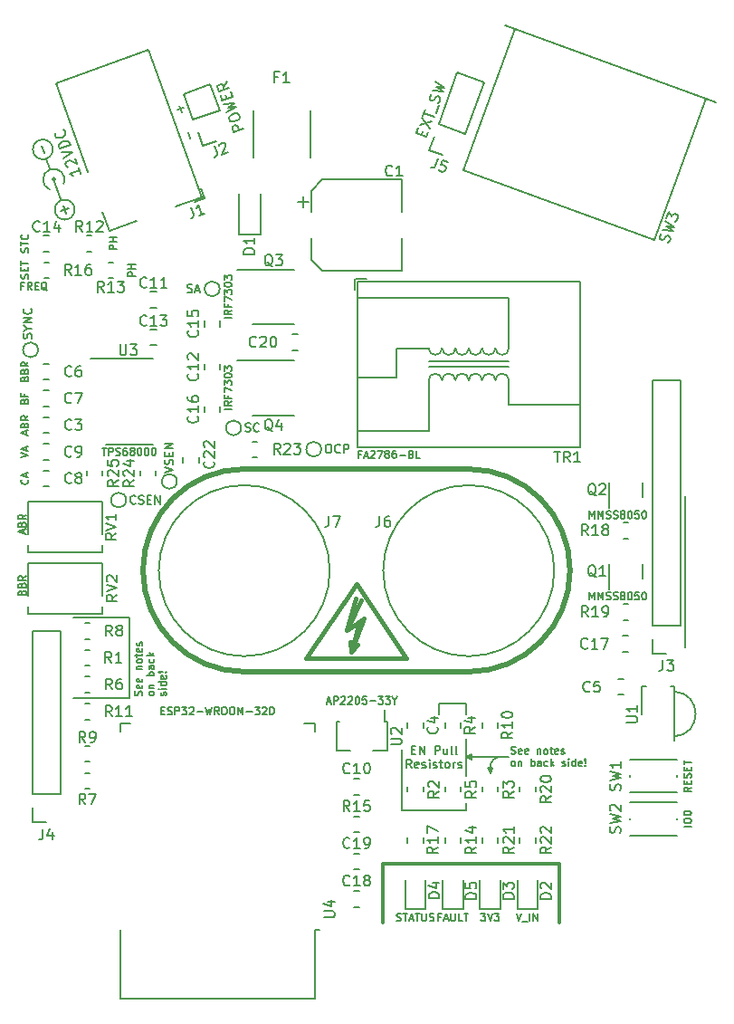
<source format=gbr>
%TF.GenerationSoftware,KiCad,Pcbnew,(6.0.0-0)*%
%TF.CreationDate,2022-04-04T00:05:15-05:00*%
%TF.ProjectId,SmartNeonPSU,536d6172-744e-4656-9f6e-5053552e6b69,rev?*%
%TF.SameCoordinates,Original*%
%TF.FileFunction,Legend,Top*%
%TF.FilePolarity,Positive*%
%FSLAX46Y46*%
G04 Gerber Fmt 4.6, Leading zero omitted, Abs format (unit mm)*
G04 Created by KiCad (PCBNEW (6.0.0-0)) date 2022-04-04 00:05:15*
%MOMM*%
%LPD*%
G01*
G04 APERTURE LIST*
%ADD10C,0.200000*%
%ADD11C,0.300000*%
%ADD12C,0.500000*%
%ADD13C,0.160000*%
%ADD14C,0.381000*%
G04 APERTURE END LIST*
D10*
X162500000Y-120200000D02*
X162500000Y-120700000D01*
X154250000Y-118500000D02*
X154250000Y-124249998D01*
X180778000Y-109000000D02*
X180778000Y-94800000D01*
D11*
X152500000Y-129250000D02*
X169000000Y-129250000D01*
D10*
X160250000Y-124249998D02*
X160250000Y-123499998D01*
X162250000Y-120200000D02*
X162500000Y-120700000D01*
X128750000Y-106170383D02*
X128750000Y-113700000D01*
X160750000Y-118950000D02*
X160750000Y-119450000D01*
X128750000Y-113700000D02*
X123500000Y-113700000D01*
X160250000Y-119200000D02*
X164250000Y-119200000D01*
D12*
X139500000Y-111250000D02*
X160500000Y-111250000D01*
X160500000Y-111250000D02*
G75*
G03*
X160500000Y-92298000I0J9476000D01*
G01*
D10*
X154250000Y-124249998D02*
X160250000Y-124249998D01*
D11*
X169000000Y-134750000D02*
X169000000Y-129250000D01*
D10*
X160250000Y-114249998D02*
X157750000Y-114249998D01*
X160250000Y-120999998D02*
X160250000Y-117499998D01*
D12*
X139500000Y-92298000D02*
X160500000Y-92298000D01*
D10*
X128750000Y-106170383D02*
X123500000Y-106170383D01*
X162750000Y-120200000D02*
X162250000Y-120200000D01*
X162500000Y-120700000D02*
X162750000Y-120200000D01*
X160750000Y-119450000D02*
X160250000Y-119200000D01*
D11*
X152500000Y-129250000D02*
X152500000Y-134750000D01*
D10*
X157750000Y-114249998D02*
X157750000Y-115249998D01*
X163500000Y-119200000D02*
G75*
G03*
X162500000Y-120200000I-1J-999999D01*
G01*
X160250000Y-119200000D02*
X160750000Y-118950000D01*
D12*
X139500000Y-92298000D02*
G75*
G03*
X139500000Y-111250000I0J-9476000D01*
G01*
D10*
X160250000Y-115249998D02*
X160250000Y-114249998D01*
D13*
X164487333Y-118919833D02*
X164587333Y-118953166D01*
X164754000Y-118953166D01*
X164820666Y-118919833D01*
X164854000Y-118886500D01*
X164887333Y-118819833D01*
X164887333Y-118753166D01*
X164854000Y-118686500D01*
X164820666Y-118653166D01*
X164754000Y-118619833D01*
X164620666Y-118586500D01*
X164554000Y-118553166D01*
X164520666Y-118519833D01*
X164487333Y-118453166D01*
X164487333Y-118386500D01*
X164520666Y-118319833D01*
X164554000Y-118286500D01*
X164620666Y-118253166D01*
X164787333Y-118253166D01*
X164887333Y-118286500D01*
X165454000Y-118919833D02*
X165387333Y-118953166D01*
X165254000Y-118953166D01*
X165187333Y-118919833D01*
X165154000Y-118853166D01*
X165154000Y-118586500D01*
X165187333Y-118519833D01*
X165254000Y-118486500D01*
X165387333Y-118486500D01*
X165454000Y-118519833D01*
X165487333Y-118586500D01*
X165487333Y-118653166D01*
X165154000Y-118719833D01*
X166054000Y-118919833D02*
X165987333Y-118953166D01*
X165854000Y-118953166D01*
X165787333Y-118919833D01*
X165754000Y-118853166D01*
X165754000Y-118586500D01*
X165787333Y-118519833D01*
X165854000Y-118486500D01*
X165987333Y-118486500D01*
X166054000Y-118519833D01*
X166087333Y-118586500D01*
X166087333Y-118653166D01*
X165754000Y-118719833D01*
X166920666Y-118486500D02*
X166920666Y-118953166D01*
X166920666Y-118553166D02*
X166954000Y-118519833D01*
X167020666Y-118486500D01*
X167120666Y-118486500D01*
X167187333Y-118519833D01*
X167220666Y-118586500D01*
X167220666Y-118953166D01*
X167654000Y-118953166D02*
X167587333Y-118919833D01*
X167554000Y-118886500D01*
X167520666Y-118819833D01*
X167520666Y-118619833D01*
X167554000Y-118553166D01*
X167587333Y-118519833D01*
X167654000Y-118486500D01*
X167754000Y-118486500D01*
X167820666Y-118519833D01*
X167854000Y-118553166D01*
X167887333Y-118619833D01*
X167887333Y-118819833D01*
X167854000Y-118886500D01*
X167820666Y-118919833D01*
X167754000Y-118953166D01*
X167654000Y-118953166D01*
X168087333Y-118486500D02*
X168354000Y-118486500D01*
X168187333Y-118253166D02*
X168187333Y-118853166D01*
X168220666Y-118919833D01*
X168287333Y-118953166D01*
X168354000Y-118953166D01*
X168854000Y-118919833D02*
X168787333Y-118953166D01*
X168654000Y-118953166D01*
X168587333Y-118919833D01*
X168554000Y-118853166D01*
X168554000Y-118586500D01*
X168587333Y-118519833D01*
X168654000Y-118486500D01*
X168787333Y-118486500D01*
X168854000Y-118519833D01*
X168887333Y-118586500D01*
X168887333Y-118653166D01*
X168554000Y-118719833D01*
X169154000Y-118919833D02*
X169220666Y-118953166D01*
X169354000Y-118953166D01*
X169420666Y-118919833D01*
X169454000Y-118853166D01*
X169454000Y-118819833D01*
X169420666Y-118753166D01*
X169354000Y-118719833D01*
X169254000Y-118719833D01*
X169187333Y-118686500D01*
X169154000Y-118619833D01*
X169154000Y-118586500D01*
X169187333Y-118519833D01*
X169254000Y-118486500D01*
X169354000Y-118486500D01*
X169420666Y-118519833D01*
X164620666Y-120080166D02*
X164554000Y-120046833D01*
X164520666Y-120013500D01*
X164487333Y-119946833D01*
X164487333Y-119746833D01*
X164520666Y-119680166D01*
X164554000Y-119646833D01*
X164620666Y-119613500D01*
X164720666Y-119613500D01*
X164787333Y-119646833D01*
X164820666Y-119680166D01*
X164854000Y-119746833D01*
X164854000Y-119946833D01*
X164820666Y-120013500D01*
X164787333Y-120046833D01*
X164720666Y-120080166D01*
X164620666Y-120080166D01*
X165154000Y-119613500D02*
X165154000Y-120080166D01*
X165154000Y-119680166D02*
X165187333Y-119646833D01*
X165254000Y-119613500D01*
X165354000Y-119613500D01*
X165420666Y-119646833D01*
X165454000Y-119713500D01*
X165454000Y-120080166D01*
X166320666Y-120080166D02*
X166320666Y-119380166D01*
X166320666Y-119646833D02*
X166387333Y-119613500D01*
X166520666Y-119613500D01*
X166587333Y-119646833D01*
X166620666Y-119680166D01*
X166654000Y-119746833D01*
X166654000Y-119946833D01*
X166620666Y-120013500D01*
X166587333Y-120046833D01*
X166520666Y-120080166D01*
X166387333Y-120080166D01*
X166320666Y-120046833D01*
X167254000Y-120080166D02*
X167254000Y-119713500D01*
X167220666Y-119646833D01*
X167154000Y-119613500D01*
X167020666Y-119613500D01*
X166954000Y-119646833D01*
X167254000Y-120046833D02*
X167187333Y-120080166D01*
X167020666Y-120080166D01*
X166954000Y-120046833D01*
X166920666Y-119980166D01*
X166920666Y-119913500D01*
X166954000Y-119846833D01*
X167020666Y-119813500D01*
X167187333Y-119813500D01*
X167254000Y-119780166D01*
X167887333Y-120046833D02*
X167820666Y-120080166D01*
X167687333Y-120080166D01*
X167620666Y-120046833D01*
X167587333Y-120013500D01*
X167554000Y-119946833D01*
X167554000Y-119746833D01*
X167587333Y-119680166D01*
X167620666Y-119646833D01*
X167687333Y-119613500D01*
X167820666Y-119613500D01*
X167887333Y-119646833D01*
X168187333Y-120080166D02*
X168187333Y-119380166D01*
X168254000Y-119813500D02*
X168454000Y-120080166D01*
X168454000Y-119613500D02*
X168187333Y-119880166D01*
X169254000Y-120046833D02*
X169320666Y-120080166D01*
X169454000Y-120080166D01*
X169520666Y-120046833D01*
X169554000Y-119980166D01*
X169554000Y-119946833D01*
X169520666Y-119880166D01*
X169454000Y-119846833D01*
X169354000Y-119846833D01*
X169287333Y-119813500D01*
X169254000Y-119746833D01*
X169254000Y-119713500D01*
X169287333Y-119646833D01*
X169354000Y-119613500D01*
X169454000Y-119613500D01*
X169520666Y-119646833D01*
X169854000Y-120080166D02*
X169854000Y-119613500D01*
X169854000Y-119380166D02*
X169820666Y-119413500D01*
X169854000Y-119446833D01*
X169887333Y-119413500D01*
X169854000Y-119380166D01*
X169854000Y-119446833D01*
X170487333Y-120080166D02*
X170487333Y-119380166D01*
X170487333Y-120046833D02*
X170420666Y-120080166D01*
X170287333Y-120080166D01*
X170220666Y-120046833D01*
X170187333Y-120013500D01*
X170154000Y-119946833D01*
X170154000Y-119746833D01*
X170187333Y-119680166D01*
X170220666Y-119646833D01*
X170287333Y-119613500D01*
X170420666Y-119613500D01*
X170487333Y-119646833D01*
X171087333Y-120046833D02*
X171020666Y-120080166D01*
X170887333Y-120080166D01*
X170820666Y-120046833D01*
X170787333Y-119980166D01*
X170787333Y-119713500D01*
X170820666Y-119646833D01*
X170887333Y-119613500D01*
X171020666Y-119613500D01*
X171087333Y-119646833D01*
X171120666Y-119713500D01*
X171120666Y-119780166D01*
X170787333Y-119846833D01*
X171420666Y-120013500D02*
X171454000Y-120046833D01*
X171420666Y-120080166D01*
X171387333Y-120046833D01*
X171420666Y-120013500D01*
X171420666Y-120080166D01*
X171420666Y-119813500D02*
X171387333Y-119413500D01*
X171420666Y-119380166D01*
X171454000Y-119413500D01*
X171420666Y-119813500D01*
X171420666Y-119380166D01*
X129906333Y-113462666D02*
X129939666Y-113362666D01*
X129939666Y-113196000D01*
X129906333Y-113129333D01*
X129873000Y-113096000D01*
X129806333Y-113062666D01*
X129739666Y-113062666D01*
X129673000Y-113096000D01*
X129639666Y-113129333D01*
X129606333Y-113196000D01*
X129573000Y-113329333D01*
X129539666Y-113396000D01*
X129506333Y-113429333D01*
X129439666Y-113462666D01*
X129373000Y-113462666D01*
X129306333Y-113429333D01*
X129273000Y-113396000D01*
X129239666Y-113329333D01*
X129239666Y-113162666D01*
X129273000Y-113062666D01*
X129906333Y-112496000D02*
X129939666Y-112562666D01*
X129939666Y-112696000D01*
X129906333Y-112762666D01*
X129839666Y-112796000D01*
X129573000Y-112796000D01*
X129506333Y-112762666D01*
X129473000Y-112696000D01*
X129473000Y-112562666D01*
X129506333Y-112496000D01*
X129573000Y-112462666D01*
X129639666Y-112462666D01*
X129706333Y-112796000D01*
X129906333Y-111896000D02*
X129939666Y-111962666D01*
X129939666Y-112096000D01*
X129906333Y-112162666D01*
X129839666Y-112196000D01*
X129573000Y-112196000D01*
X129506333Y-112162666D01*
X129473000Y-112096000D01*
X129473000Y-111962666D01*
X129506333Y-111896000D01*
X129573000Y-111862666D01*
X129639666Y-111862666D01*
X129706333Y-112196000D01*
X129473000Y-111029333D02*
X129939666Y-111029333D01*
X129539666Y-111029333D02*
X129506333Y-110996000D01*
X129473000Y-110929333D01*
X129473000Y-110829333D01*
X129506333Y-110762666D01*
X129573000Y-110729333D01*
X129939666Y-110729333D01*
X129939666Y-110296000D02*
X129906333Y-110362666D01*
X129873000Y-110396000D01*
X129806333Y-110429333D01*
X129606333Y-110429333D01*
X129539666Y-110396000D01*
X129506333Y-110362666D01*
X129473000Y-110296000D01*
X129473000Y-110196000D01*
X129506333Y-110129333D01*
X129539666Y-110096000D01*
X129606333Y-110062666D01*
X129806333Y-110062666D01*
X129873000Y-110096000D01*
X129906333Y-110129333D01*
X129939666Y-110196000D01*
X129939666Y-110296000D01*
X129473000Y-109862666D02*
X129473000Y-109596000D01*
X129239666Y-109762666D02*
X129839666Y-109762666D01*
X129906333Y-109729333D01*
X129939666Y-109662666D01*
X129939666Y-109596000D01*
X129906333Y-109096000D02*
X129939666Y-109162666D01*
X129939666Y-109296000D01*
X129906333Y-109362666D01*
X129839666Y-109396000D01*
X129573000Y-109396000D01*
X129506333Y-109362666D01*
X129473000Y-109296000D01*
X129473000Y-109162666D01*
X129506333Y-109096000D01*
X129573000Y-109062666D01*
X129639666Y-109062666D01*
X129706333Y-109396000D01*
X129906333Y-108796000D02*
X129939666Y-108729333D01*
X129939666Y-108596000D01*
X129906333Y-108529333D01*
X129839666Y-108496000D01*
X129806333Y-108496000D01*
X129739666Y-108529333D01*
X129706333Y-108596000D01*
X129706333Y-108696000D01*
X129673000Y-108762666D01*
X129606333Y-108796000D01*
X129573000Y-108796000D01*
X129506333Y-108762666D01*
X129473000Y-108696000D01*
X129473000Y-108596000D01*
X129506333Y-108529333D01*
X131066666Y-113329333D02*
X131033333Y-113396000D01*
X131000000Y-113429333D01*
X130933333Y-113462666D01*
X130733333Y-113462666D01*
X130666666Y-113429333D01*
X130633333Y-113396000D01*
X130600000Y-113329333D01*
X130600000Y-113229333D01*
X130633333Y-113162666D01*
X130666666Y-113129333D01*
X130733333Y-113096000D01*
X130933333Y-113096000D01*
X131000000Y-113129333D01*
X131033333Y-113162666D01*
X131066666Y-113229333D01*
X131066666Y-113329333D01*
X130600000Y-112796000D02*
X131066666Y-112796000D01*
X130666666Y-112796000D02*
X130633333Y-112762666D01*
X130600000Y-112696000D01*
X130600000Y-112596000D01*
X130633333Y-112529333D01*
X130700000Y-112496000D01*
X131066666Y-112496000D01*
X131066666Y-111629333D02*
X130366666Y-111629333D01*
X130633333Y-111629333D02*
X130600000Y-111562666D01*
X130600000Y-111429333D01*
X130633333Y-111362666D01*
X130666666Y-111329333D01*
X130733333Y-111296000D01*
X130933333Y-111296000D01*
X131000000Y-111329333D01*
X131033333Y-111362666D01*
X131066666Y-111429333D01*
X131066666Y-111562666D01*
X131033333Y-111629333D01*
X131066666Y-110696000D02*
X130700000Y-110696000D01*
X130633333Y-110729333D01*
X130600000Y-110796000D01*
X130600000Y-110929333D01*
X130633333Y-110996000D01*
X131033333Y-110696000D02*
X131066666Y-110762666D01*
X131066666Y-110929333D01*
X131033333Y-110996000D01*
X130966666Y-111029333D01*
X130900000Y-111029333D01*
X130833333Y-110996000D01*
X130800000Y-110929333D01*
X130800000Y-110762666D01*
X130766666Y-110696000D01*
X131033333Y-110062666D02*
X131066666Y-110129333D01*
X131066666Y-110262666D01*
X131033333Y-110329333D01*
X131000000Y-110362666D01*
X130933333Y-110396000D01*
X130733333Y-110396000D01*
X130666666Y-110362666D01*
X130633333Y-110329333D01*
X130600000Y-110262666D01*
X130600000Y-110129333D01*
X130633333Y-110062666D01*
X131066666Y-109762666D02*
X130366666Y-109762666D01*
X130800000Y-109696000D02*
X131066666Y-109496000D01*
X130600000Y-109496000D02*
X130866666Y-109762666D01*
X132160333Y-113462666D02*
X132193666Y-113396000D01*
X132193666Y-113262666D01*
X132160333Y-113196000D01*
X132093666Y-113162666D01*
X132060333Y-113162666D01*
X131993666Y-113196000D01*
X131960333Y-113262666D01*
X131960333Y-113362666D01*
X131927000Y-113429333D01*
X131860333Y-113462666D01*
X131827000Y-113462666D01*
X131760333Y-113429333D01*
X131727000Y-113362666D01*
X131727000Y-113262666D01*
X131760333Y-113196000D01*
X132193666Y-112862666D02*
X131727000Y-112862666D01*
X131493666Y-112862666D02*
X131527000Y-112896000D01*
X131560333Y-112862666D01*
X131527000Y-112829333D01*
X131493666Y-112862666D01*
X131560333Y-112862666D01*
X132193666Y-112229333D02*
X131493666Y-112229333D01*
X132160333Y-112229333D02*
X132193666Y-112296000D01*
X132193666Y-112429333D01*
X132160333Y-112496000D01*
X132127000Y-112529333D01*
X132060333Y-112562666D01*
X131860333Y-112562666D01*
X131793666Y-112529333D01*
X131760333Y-112496000D01*
X131727000Y-112429333D01*
X131727000Y-112296000D01*
X131760333Y-112229333D01*
X132160333Y-111629333D02*
X132193666Y-111696000D01*
X132193666Y-111829333D01*
X132160333Y-111896000D01*
X132093666Y-111929333D01*
X131827000Y-111929333D01*
X131760333Y-111896000D01*
X131727000Y-111829333D01*
X131727000Y-111696000D01*
X131760333Y-111629333D01*
X131827000Y-111596000D01*
X131893666Y-111596000D01*
X131960333Y-111929333D01*
X132127000Y-111296000D02*
X132160333Y-111262666D01*
X132193666Y-111296000D01*
X132160333Y-111329333D01*
X132127000Y-111296000D01*
X132193666Y-111296000D01*
X131927000Y-111296000D02*
X131527000Y-111329333D01*
X131493666Y-111296000D01*
X131527000Y-111262666D01*
X131927000Y-111296000D01*
X131493666Y-111296000D01*
X155173809Y-118548855D02*
X155440476Y-118548855D01*
X155554761Y-118967902D02*
X155173809Y-118967902D01*
X155173809Y-118167902D01*
X155554761Y-118167902D01*
X155897619Y-118967902D02*
X155897619Y-118167902D01*
X156354761Y-118967902D01*
X156354761Y-118167902D01*
X157345238Y-118967902D02*
X157345238Y-118167902D01*
X157650000Y-118167902D01*
X157726190Y-118205998D01*
X157764285Y-118244093D01*
X157802380Y-118320283D01*
X157802380Y-118434569D01*
X157764285Y-118510759D01*
X157726190Y-118548855D01*
X157650000Y-118586950D01*
X157345238Y-118586950D01*
X158488095Y-118434569D02*
X158488095Y-118967902D01*
X158145238Y-118434569D02*
X158145238Y-118853617D01*
X158183333Y-118929807D01*
X158259523Y-118967902D01*
X158373809Y-118967902D01*
X158450000Y-118929807D01*
X158488095Y-118891712D01*
X158983333Y-118967902D02*
X158907142Y-118929807D01*
X158869047Y-118853617D01*
X158869047Y-118167902D01*
X159402380Y-118967902D02*
X159326190Y-118929807D01*
X159288095Y-118853617D01*
X159288095Y-118167902D01*
X155154761Y-120255902D02*
X154888095Y-119874950D01*
X154697619Y-120255902D02*
X154697619Y-119455902D01*
X155002380Y-119455902D01*
X155078571Y-119493998D01*
X155116666Y-119532093D01*
X155154761Y-119608283D01*
X155154761Y-119722569D01*
X155116666Y-119798759D01*
X155078571Y-119836855D01*
X155002380Y-119874950D01*
X154697619Y-119874950D01*
X155802380Y-120217807D02*
X155726190Y-120255902D01*
X155573809Y-120255902D01*
X155497619Y-120217807D01*
X155459523Y-120141617D01*
X155459523Y-119836855D01*
X155497619Y-119760664D01*
X155573809Y-119722569D01*
X155726190Y-119722569D01*
X155802380Y-119760664D01*
X155840476Y-119836855D01*
X155840476Y-119913045D01*
X155459523Y-119989236D01*
X156145238Y-120217807D02*
X156221428Y-120255902D01*
X156373809Y-120255902D01*
X156450000Y-120217807D01*
X156488095Y-120141617D01*
X156488095Y-120103521D01*
X156450000Y-120027331D01*
X156373809Y-119989236D01*
X156259523Y-119989236D01*
X156183333Y-119951140D01*
X156145238Y-119874950D01*
X156145238Y-119836855D01*
X156183333Y-119760664D01*
X156259523Y-119722569D01*
X156373809Y-119722569D01*
X156450000Y-119760664D01*
X156830952Y-120255902D02*
X156830952Y-119722569D01*
X156830952Y-119455902D02*
X156792857Y-119493998D01*
X156830952Y-119532093D01*
X156869047Y-119493998D01*
X156830952Y-119455902D01*
X156830952Y-119532093D01*
X157173809Y-120217807D02*
X157250000Y-120255902D01*
X157402380Y-120255902D01*
X157478571Y-120217807D01*
X157516666Y-120141617D01*
X157516666Y-120103521D01*
X157478571Y-120027331D01*
X157402380Y-119989236D01*
X157288095Y-119989236D01*
X157211904Y-119951140D01*
X157173809Y-119874950D01*
X157173809Y-119836855D01*
X157211904Y-119760664D01*
X157288095Y-119722569D01*
X157402380Y-119722569D01*
X157478571Y-119760664D01*
X157745238Y-119722569D02*
X158050000Y-119722569D01*
X157859523Y-119455902D02*
X157859523Y-120141617D01*
X157897619Y-120217807D01*
X157973809Y-120255902D01*
X158050000Y-120255902D01*
X158430952Y-120255902D02*
X158354761Y-120217807D01*
X158316666Y-120179712D01*
X158278571Y-120103521D01*
X158278571Y-119874950D01*
X158316666Y-119798759D01*
X158354761Y-119760664D01*
X158430952Y-119722569D01*
X158545238Y-119722569D01*
X158621428Y-119760664D01*
X158659523Y-119798759D01*
X158697619Y-119874950D01*
X158697619Y-120103521D01*
X158659523Y-120179712D01*
X158621428Y-120217807D01*
X158545238Y-120255902D01*
X158430952Y-120255902D01*
X159040476Y-120255902D02*
X159040476Y-119722569D01*
X159040476Y-119874950D02*
X159078571Y-119798759D01*
X159116666Y-119760664D01*
X159192857Y-119722569D01*
X159269047Y-119722569D01*
X159497619Y-120217807D02*
X159573809Y-120255902D01*
X159726190Y-120255902D01*
X159802380Y-120217807D01*
X159840476Y-120141617D01*
X159840476Y-120103521D01*
X159802380Y-120027331D01*
X159726190Y-119989236D01*
X159611904Y-119989236D01*
X159535714Y-119951140D01*
X159497619Y-119874950D01*
X159497619Y-119836855D01*
X159535714Y-119760664D01*
X159611904Y-119722569D01*
X159726190Y-119722569D01*
X159802380Y-119760664D01*
D10*
%TO.C,R23*%
X142857142Y-90902380D02*
X142523809Y-90426190D01*
X142285714Y-90902380D02*
X142285714Y-89902380D01*
X142666666Y-89902380D01*
X142761904Y-89950000D01*
X142809523Y-89997619D01*
X142857142Y-90092857D01*
X142857142Y-90235714D01*
X142809523Y-90330952D01*
X142761904Y-90378571D01*
X142666666Y-90426190D01*
X142285714Y-90426190D01*
X143238095Y-89997619D02*
X143285714Y-89950000D01*
X143380952Y-89902380D01*
X143619047Y-89902380D01*
X143714285Y-89950000D01*
X143761904Y-89997619D01*
X143809523Y-90092857D01*
X143809523Y-90188095D01*
X143761904Y-90330952D01*
X143190476Y-90902380D01*
X143809523Y-90902380D01*
X144142857Y-89902380D02*
X144761904Y-89902380D01*
X144428571Y-90283333D01*
X144571428Y-90283333D01*
X144666666Y-90330952D01*
X144714285Y-90378571D01*
X144761904Y-90473809D01*
X144761904Y-90711904D01*
X144714285Y-90807142D01*
X144666666Y-90854761D01*
X144571428Y-90902380D01*
X144285714Y-90902380D01*
X144190476Y-90854761D01*
X144142857Y-90807142D01*
%TO.C,R4*%
X161102380Y-116416666D02*
X160626190Y-116750000D01*
X161102380Y-116988095D02*
X160102380Y-116988095D01*
X160102380Y-116607142D01*
X160150000Y-116511904D01*
X160197619Y-116464285D01*
X160292857Y-116416666D01*
X160435714Y-116416666D01*
X160530952Y-116464285D01*
X160578571Y-116511904D01*
X160626190Y-116607142D01*
X160626190Y-116988095D01*
X160435714Y-115559523D02*
X161102380Y-115559523D01*
X160054761Y-115797619D02*
X160769047Y-116035714D01*
X160769047Y-115416666D01*
%TO.C,SW3*%
X179174324Y-71091360D02*
X179267932Y-70973405D01*
X179349365Y-70749668D01*
X179337191Y-70643887D01*
X179308731Y-70582853D01*
X179235523Y-70505532D01*
X179146028Y-70472959D01*
X179040247Y-70485133D01*
X178979213Y-70513594D01*
X178901892Y-70586802D01*
X178791998Y-70749504D01*
X178714678Y-70822712D01*
X178653644Y-70851172D01*
X178547863Y-70863346D01*
X178458368Y-70830773D01*
X178385160Y-70753452D01*
X178356700Y-70692418D01*
X178344526Y-70586637D01*
X178425959Y-70362901D01*
X178519566Y-70244946D01*
X178588826Y-69915428D02*
X179609952Y-70033712D01*
X179003890Y-69610423D01*
X179740245Y-69675734D01*
X178881986Y-69109977D01*
X178979706Y-68841494D02*
X179191433Y-68259779D01*
X179435404Y-68703304D01*
X179484264Y-68569062D01*
X179561585Y-68495854D01*
X179622619Y-68467393D01*
X179728400Y-68455219D01*
X179952136Y-68536653D01*
X180025344Y-68613973D01*
X180053805Y-68675007D01*
X180065979Y-68780788D01*
X179968259Y-69049272D01*
X179890938Y-69122480D01*
X179829904Y-69150941D01*
%TO.C,U3*%
X127888095Y-80652380D02*
X127888095Y-81461904D01*
X127935714Y-81557142D01*
X127983333Y-81604761D01*
X128078571Y-81652380D01*
X128269047Y-81652380D01*
X128364285Y-81604761D01*
X128411904Y-81557142D01*
X128459523Y-81461904D01*
X128459523Y-80652380D01*
X128840476Y-80652380D02*
X129459523Y-80652380D01*
X129126190Y-81033333D01*
X129269047Y-81033333D01*
X129364285Y-81080952D01*
X129411904Y-81128571D01*
X129459523Y-81223809D01*
X129459523Y-81461904D01*
X129411904Y-81557142D01*
X129364285Y-81604761D01*
X129269047Y-81652380D01*
X128983333Y-81652380D01*
X128888095Y-81604761D01*
X128840476Y-81557142D01*
D13*
X126200000Y-90316666D02*
X126600000Y-90316666D01*
X126400000Y-91016666D02*
X126400000Y-90316666D01*
X126833333Y-91016666D02*
X126833333Y-90316666D01*
X127100000Y-90316666D01*
X127166666Y-90350000D01*
X127200000Y-90383333D01*
X127233333Y-90450000D01*
X127233333Y-90550000D01*
X127200000Y-90616666D01*
X127166666Y-90650000D01*
X127100000Y-90683333D01*
X126833333Y-90683333D01*
X127500000Y-90983333D02*
X127600000Y-91016666D01*
X127766666Y-91016666D01*
X127833333Y-90983333D01*
X127866666Y-90950000D01*
X127900000Y-90883333D01*
X127900000Y-90816666D01*
X127866666Y-90750000D01*
X127833333Y-90716666D01*
X127766666Y-90683333D01*
X127633333Y-90650000D01*
X127566666Y-90616666D01*
X127533333Y-90583333D01*
X127500000Y-90516666D01*
X127500000Y-90450000D01*
X127533333Y-90383333D01*
X127566666Y-90350000D01*
X127633333Y-90316666D01*
X127800000Y-90316666D01*
X127900000Y-90350000D01*
X128500000Y-90316666D02*
X128366666Y-90316666D01*
X128300000Y-90350000D01*
X128266666Y-90383333D01*
X128200000Y-90483333D01*
X128166666Y-90616666D01*
X128166666Y-90883333D01*
X128200000Y-90950000D01*
X128233333Y-90983333D01*
X128300000Y-91016666D01*
X128433333Y-91016666D01*
X128500000Y-90983333D01*
X128533333Y-90950000D01*
X128566666Y-90883333D01*
X128566666Y-90716666D01*
X128533333Y-90650000D01*
X128500000Y-90616666D01*
X128433333Y-90583333D01*
X128300000Y-90583333D01*
X128233333Y-90616666D01*
X128200000Y-90650000D01*
X128166666Y-90716666D01*
X128966666Y-90616666D02*
X128900000Y-90583333D01*
X128866666Y-90550000D01*
X128833333Y-90483333D01*
X128833333Y-90450000D01*
X128866666Y-90383333D01*
X128900000Y-90350000D01*
X128966666Y-90316666D01*
X129100000Y-90316666D01*
X129166666Y-90350000D01*
X129200000Y-90383333D01*
X129233333Y-90450000D01*
X129233333Y-90483333D01*
X129200000Y-90550000D01*
X129166666Y-90583333D01*
X129100000Y-90616666D01*
X128966666Y-90616666D01*
X128900000Y-90650000D01*
X128866666Y-90683333D01*
X128833333Y-90750000D01*
X128833333Y-90883333D01*
X128866666Y-90950000D01*
X128900000Y-90983333D01*
X128966666Y-91016666D01*
X129100000Y-91016666D01*
X129166666Y-90983333D01*
X129200000Y-90950000D01*
X129233333Y-90883333D01*
X129233333Y-90750000D01*
X129200000Y-90683333D01*
X129166666Y-90650000D01*
X129100000Y-90616666D01*
X129666666Y-90316666D02*
X129733333Y-90316666D01*
X129800000Y-90350000D01*
X129833333Y-90383333D01*
X129866666Y-90450000D01*
X129900000Y-90583333D01*
X129900000Y-90750000D01*
X129866666Y-90883333D01*
X129833333Y-90950000D01*
X129800000Y-90983333D01*
X129733333Y-91016666D01*
X129666666Y-91016666D01*
X129600000Y-90983333D01*
X129566666Y-90950000D01*
X129533333Y-90883333D01*
X129500000Y-90750000D01*
X129500000Y-90583333D01*
X129533333Y-90450000D01*
X129566666Y-90383333D01*
X129600000Y-90350000D01*
X129666666Y-90316666D01*
X130333333Y-90316666D02*
X130400000Y-90316666D01*
X130466666Y-90350000D01*
X130500000Y-90383333D01*
X130533333Y-90450000D01*
X130566666Y-90583333D01*
X130566666Y-90750000D01*
X130533333Y-90883333D01*
X130500000Y-90950000D01*
X130466666Y-90983333D01*
X130400000Y-91016666D01*
X130333333Y-91016666D01*
X130266666Y-90983333D01*
X130233333Y-90950000D01*
X130200000Y-90883333D01*
X130166666Y-90750000D01*
X130166666Y-90583333D01*
X130200000Y-90450000D01*
X130233333Y-90383333D01*
X130266666Y-90350000D01*
X130333333Y-90316666D01*
X131000000Y-90316666D02*
X131066666Y-90316666D01*
X131133333Y-90350000D01*
X131166666Y-90383333D01*
X131200000Y-90450000D01*
X131233333Y-90583333D01*
X131233333Y-90750000D01*
X131200000Y-90883333D01*
X131166666Y-90950000D01*
X131133333Y-90983333D01*
X131066666Y-91016666D01*
X131000000Y-91016666D01*
X130933333Y-90983333D01*
X130900000Y-90950000D01*
X130866666Y-90883333D01*
X130833333Y-90750000D01*
X130833333Y-90583333D01*
X130866666Y-90450000D01*
X130900000Y-90383333D01*
X130933333Y-90350000D01*
X131000000Y-90316666D01*
D10*
%TO.C,R8*%
X127143333Y-107902380D02*
X126810000Y-107426190D01*
X126571904Y-107902380D02*
X126571904Y-106902380D01*
X126952857Y-106902380D01*
X127048095Y-106950000D01*
X127095714Y-106997619D01*
X127143333Y-107092857D01*
X127143333Y-107235714D01*
X127095714Y-107330952D01*
X127048095Y-107378571D01*
X126952857Y-107426190D01*
X126571904Y-107426190D01*
X127714761Y-107330952D02*
X127619523Y-107283333D01*
X127571904Y-107235714D01*
X127524285Y-107140476D01*
X127524285Y-107092857D01*
X127571904Y-106997619D01*
X127619523Y-106950000D01*
X127714761Y-106902380D01*
X127905238Y-106902380D01*
X128000476Y-106950000D01*
X128048095Y-106997619D01*
X128095714Y-107092857D01*
X128095714Y-107140476D01*
X128048095Y-107235714D01*
X128000476Y-107283333D01*
X127905238Y-107330952D01*
X127714761Y-107330952D01*
X127619523Y-107378571D01*
X127571904Y-107426190D01*
X127524285Y-107521428D01*
X127524285Y-107711904D01*
X127571904Y-107807142D01*
X127619523Y-107854761D01*
X127714761Y-107902380D01*
X127905238Y-107902380D01*
X128000476Y-107854761D01*
X128048095Y-107807142D01*
X128095714Y-107711904D01*
X128095714Y-107521428D01*
X128048095Y-107426190D01*
X128000476Y-107378571D01*
X127905238Y-107330952D01*
%TO.C,SW2*%
X174654761Y-126333333D02*
X174702380Y-126190476D01*
X174702380Y-125952380D01*
X174654761Y-125857142D01*
X174607142Y-125809523D01*
X174511904Y-125761904D01*
X174416666Y-125761904D01*
X174321428Y-125809523D01*
X174273809Y-125857142D01*
X174226190Y-125952380D01*
X174178571Y-126142857D01*
X174130952Y-126238095D01*
X174083333Y-126285714D01*
X173988095Y-126333333D01*
X173892857Y-126333333D01*
X173797619Y-126285714D01*
X173750000Y-126238095D01*
X173702380Y-126142857D01*
X173702380Y-125904761D01*
X173750000Y-125761904D01*
X173702380Y-125428571D02*
X174702380Y-125190476D01*
X173988095Y-125000000D01*
X174702380Y-124809523D01*
X173702380Y-124571428D01*
X173797619Y-124238095D02*
X173750000Y-124190476D01*
X173702380Y-124095238D01*
X173702380Y-123857142D01*
X173750000Y-123761904D01*
X173797619Y-123714285D01*
X173892857Y-123666666D01*
X173988095Y-123666666D01*
X174130952Y-123714285D01*
X174702380Y-124285714D01*
X174702380Y-123666666D01*
D13*
X181316666Y-125699998D02*
X180616666Y-125699998D01*
X180616666Y-125233331D02*
X180616666Y-125099998D01*
X180650000Y-125033331D01*
X180716666Y-124966664D01*
X180850000Y-124933331D01*
X181083333Y-124933331D01*
X181216666Y-124966664D01*
X181283333Y-125033331D01*
X181316666Y-125099998D01*
X181316666Y-125233331D01*
X181283333Y-125299998D01*
X181216666Y-125366664D01*
X181083333Y-125399998D01*
X180850000Y-125399998D01*
X180716666Y-125366664D01*
X180650000Y-125299998D01*
X180616666Y-125233331D01*
X180616666Y-124499998D02*
X180616666Y-124433331D01*
X180650000Y-124366664D01*
X180683333Y-124333331D01*
X180750000Y-124299998D01*
X180883333Y-124266664D01*
X181050000Y-124266664D01*
X181183333Y-124299998D01*
X181250000Y-124333331D01*
X181283333Y-124366664D01*
X181316666Y-124433331D01*
X181316666Y-124499998D01*
X181283333Y-124566664D01*
X181250000Y-124599998D01*
X181183333Y-124633331D01*
X181050000Y-124666664D01*
X180883333Y-124666664D01*
X180750000Y-124633331D01*
X180683333Y-124599998D01*
X180650000Y-124566664D01*
X180616666Y-124499998D01*
D10*
%TO.C,R7*%
X124643333Y-123652380D02*
X124310000Y-123176190D01*
X124071904Y-123652380D02*
X124071904Y-122652380D01*
X124452857Y-122652380D01*
X124548095Y-122700000D01*
X124595714Y-122747619D01*
X124643333Y-122842857D01*
X124643333Y-122985714D01*
X124595714Y-123080952D01*
X124548095Y-123128571D01*
X124452857Y-123176190D01*
X124071904Y-123176190D01*
X124976666Y-122652380D02*
X125643333Y-122652380D01*
X125214761Y-123652380D01*
%TO.C,R14*%
X161202380Y-127642855D02*
X160726190Y-127976188D01*
X161202380Y-128214283D02*
X160202380Y-128214283D01*
X160202380Y-127833331D01*
X160250000Y-127738093D01*
X160297619Y-127690474D01*
X160392857Y-127642855D01*
X160535714Y-127642855D01*
X160630952Y-127690474D01*
X160678571Y-127738093D01*
X160726190Y-127833331D01*
X160726190Y-128214283D01*
X161202380Y-126690474D02*
X161202380Y-127261902D01*
X161202380Y-126976188D02*
X160202380Y-126976188D01*
X160345238Y-127071426D01*
X160440476Y-127166664D01*
X160488095Y-127261902D01*
X160535714Y-125833331D02*
X161202380Y-125833331D01*
X160154761Y-126071426D02*
X160869047Y-126309521D01*
X160869047Y-125690474D01*
%TO.C,Q2*%
X172404761Y-94777619D02*
X172309523Y-94730000D01*
X172214285Y-94634761D01*
X172071428Y-94491904D01*
X171976190Y-94444285D01*
X171880952Y-94444285D01*
X171928571Y-94682380D02*
X171833333Y-94634761D01*
X171738095Y-94539523D01*
X171690476Y-94349047D01*
X171690476Y-94015714D01*
X171738095Y-93825238D01*
X171833333Y-93730000D01*
X171928571Y-93682380D01*
X172119047Y-93682380D01*
X172214285Y-93730000D01*
X172309523Y-93825238D01*
X172357142Y-94015714D01*
X172357142Y-94349047D01*
X172309523Y-94539523D01*
X172214285Y-94634761D01*
X172119047Y-94682380D01*
X171928571Y-94682380D01*
X172738095Y-93777619D02*
X172785714Y-93730000D01*
X172880952Y-93682380D01*
X173119047Y-93682380D01*
X173214285Y-93730000D01*
X173261904Y-93777619D01*
X173309523Y-93872857D01*
X173309523Y-93968095D01*
X173261904Y-94110952D01*
X172690476Y-94682380D01*
X173309523Y-94682380D01*
D13*
X171806666Y-96916666D02*
X171806666Y-96216666D01*
X172040000Y-96716666D01*
X172273333Y-96216666D01*
X172273333Y-96916666D01*
X172606666Y-96916666D02*
X172606666Y-96216666D01*
X172840000Y-96716666D01*
X173073333Y-96216666D01*
X173073333Y-96916666D01*
X173373333Y-96883333D02*
X173473333Y-96916666D01*
X173640000Y-96916666D01*
X173706666Y-96883333D01*
X173740000Y-96850000D01*
X173773333Y-96783333D01*
X173773333Y-96716666D01*
X173740000Y-96650000D01*
X173706666Y-96616666D01*
X173640000Y-96583333D01*
X173506666Y-96550000D01*
X173440000Y-96516666D01*
X173406666Y-96483333D01*
X173373333Y-96416666D01*
X173373333Y-96350000D01*
X173406666Y-96283333D01*
X173440000Y-96250000D01*
X173506666Y-96216666D01*
X173673333Y-96216666D01*
X173773333Y-96250000D01*
X174040000Y-96883333D02*
X174140000Y-96916666D01*
X174306666Y-96916666D01*
X174373333Y-96883333D01*
X174406666Y-96850000D01*
X174440000Y-96783333D01*
X174440000Y-96716666D01*
X174406666Y-96650000D01*
X174373333Y-96616666D01*
X174306666Y-96583333D01*
X174173333Y-96550000D01*
X174106666Y-96516666D01*
X174073333Y-96483333D01*
X174040000Y-96416666D01*
X174040000Y-96350000D01*
X174073333Y-96283333D01*
X174106666Y-96250000D01*
X174173333Y-96216666D01*
X174340000Y-96216666D01*
X174440000Y-96250000D01*
X174840000Y-96516666D02*
X174773333Y-96483333D01*
X174740000Y-96450000D01*
X174706666Y-96383333D01*
X174706666Y-96350000D01*
X174740000Y-96283333D01*
X174773333Y-96250000D01*
X174840000Y-96216666D01*
X174973333Y-96216666D01*
X175040000Y-96250000D01*
X175073333Y-96283333D01*
X175106666Y-96350000D01*
X175106666Y-96383333D01*
X175073333Y-96450000D01*
X175040000Y-96483333D01*
X174973333Y-96516666D01*
X174840000Y-96516666D01*
X174773333Y-96550000D01*
X174740000Y-96583333D01*
X174706666Y-96650000D01*
X174706666Y-96783333D01*
X174740000Y-96850000D01*
X174773333Y-96883333D01*
X174840000Y-96916666D01*
X174973333Y-96916666D01*
X175040000Y-96883333D01*
X175073333Y-96850000D01*
X175106666Y-96783333D01*
X175106666Y-96650000D01*
X175073333Y-96583333D01*
X175040000Y-96550000D01*
X174973333Y-96516666D01*
X175540000Y-96216666D02*
X175606666Y-96216666D01*
X175673333Y-96250000D01*
X175706666Y-96283333D01*
X175740000Y-96350000D01*
X175773333Y-96483333D01*
X175773333Y-96650000D01*
X175740000Y-96783333D01*
X175706666Y-96850000D01*
X175673333Y-96883333D01*
X175606666Y-96916666D01*
X175540000Y-96916666D01*
X175473333Y-96883333D01*
X175440000Y-96850000D01*
X175406666Y-96783333D01*
X175373333Y-96650000D01*
X175373333Y-96483333D01*
X175406666Y-96350000D01*
X175440000Y-96283333D01*
X175473333Y-96250000D01*
X175540000Y-96216666D01*
X176406666Y-96216666D02*
X176073333Y-96216666D01*
X176040000Y-96550000D01*
X176073333Y-96516666D01*
X176140000Y-96483333D01*
X176306666Y-96483333D01*
X176373333Y-96516666D01*
X176406666Y-96550000D01*
X176440000Y-96616666D01*
X176440000Y-96783333D01*
X176406666Y-96850000D01*
X176373333Y-96883333D01*
X176306666Y-96916666D01*
X176140000Y-96916666D01*
X176073333Y-96883333D01*
X176040000Y-96850000D01*
X176873333Y-96216666D02*
X176940000Y-96216666D01*
X177006666Y-96250000D01*
X177040000Y-96283333D01*
X177073333Y-96350000D01*
X177106666Y-96483333D01*
X177106666Y-96650000D01*
X177073333Y-96783333D01*
X177040000Y-96850000D01*
X177006666Y-96883333D01*
X176940000Y-96916666D01*
X176873333Y-96916666D01*
X176806666Y-96883333D01*
X176773333Y-96850000D01*
X176740000Y-96783333D01*
X176706666Y-96650000D01*
X176706666Y-96483333D01*
X176740000Y-96350000D01*
X176773333Y-96283333D01*
X176806666Y-96250000D01*
X176873333Y-96216666D01*
D10*
%TO.C,U2*%
X153202380Y-118061904D02*
X154011904Y-118061904D01*
X154107142Y-118014285D01*
X154154761Y-117966666D01*
X154202380Y-117871428D01*
X154202380Y-117680952D01*
X154154761Y-117585714D01*
X154107142Y-117538095D01*
X154011904Y-117490476D01*
X153202380Y-117490476D01*
X153297619Y-117061904D02*
X153250000Y-117014285D01*
X153202380Y-116919047D01*
X153202380Y-116680952D01*
X153250000Y-116585714D01*
X153297619Y-116538095D01*
X153392857Y-116490476D01*
X153488095Y-116490476D01*
X153630952Y-116538095D01*
X154202380Y-117109523D01*
X154202380Y-116490476D01*
D13*
X147250000Y-114066666D02*
X147583333Y-114066666D01*
X147183333Y-114266666D02*
X147416666Y-113566666D01*
X147650000Y-114266666D01*
X147883333Y-114266666D02*
X147883333Y-113566666D01*
X148150000Y-113566666D01*
X148216666Y-113600000D01*
X148250000Y-113633333D01*
X148283333Y-113700000D01*
X148283333Y-113800000D01*
X148250000Y-113866666D01*
X148216666Y-113900000D01*
X148150000Y-113933333D01*
X147883333Y-113933333D01*
X148550000Y-113633333D02*
X148583333Y-113600000D01*
X148650000Y-113566666D01*
X148816666Y-113566666D01*
X148883333Y-113600000D01*
X148916666Y-113633333D01*
X148950000Y-113700000D01*
X148950000Y-113766666D01*
X148916666Y-113866666D01*
X148516666Y-114266666D01*
X148950000Y-114266666D01*
X149216666Y-113633333D02*
X149250000Y-113600000D01*
X149316666Y-113566666D01*
X149483333Y-113566666D01*
X149550000Y-113600000D01*
X149583333Y-113633333D01*
X149616666Y-113700000D01*
X149616666Y-113766666D01*
X149583333Y-113866666D01*
X149183333Y-114266666D01*
X149616666Y-114266666D01*
X150050000Y-113566666D02*
X150116666Y-113566666D01*
X150183333Y-113600000D01*
X150216666Y-113633333D01*
X150250000Y-113700000D01*
X150283333Y-113833333D01*
X150283333Y-114000000D01*
X150250000Y-114133333D01*
X150216666Y-114200000D01*
X150183333Y-114233333D01*
X150116666Y-114266666D01*
X150050000Y-114266666D01*
X149983333Y-114233333D01*
X149950000Y-114200000D01*
X149916666Y-114133333D01*
X149883333Y-114000000D01*
X149883333Y-113833333D01*
X149916666Y-113700000D01*
X149950000Y-113633333D01*
X149983333Y-113600000D01*
X150050000Y-113566666D01*
X150916666Y-113566666D02*
X150583333Y-113566666D01*
X150550000Y-113900000D01*
X150583333Y-113866666D01*
X150650000Y-113833333D01*
X150816666Y-113833333D01*
X150883333Y-113866666D01*
X150916666Y-113900000D01*
X150950000Y-113966666D01*
X150950000Y-114133333D01*
X150916666Y-114200000D01*
X150883333Y-114233333D01*
X150816666Y-114266666D01*
X150650000Y-114266666D01*
X150583333Y-114233333D01*
X150550000Y-114200000D01*
X151250000Y-114000000D02*
X151783333Y-114000000D01*
X152050000Y-113566666D02*
X152483333Y-113566666D01*
X152250000Y-113833333D01*
X152350000Y-113833333D01*
X152416666Y-113866666D01*
X152450000Y-113900000D01*
X152483333Y-113966666D01*
X152483333Y-114133333D01*
X152450000Y-114200000D01*
X152416666Y-114233333D01*
X152350000Y-114266666D01*
X152150000Y-114266666D01*
X152083333Y-114233333D01*
X152050000Y-114200000D01*
X152716666Y-113566666D02*
X153150000Y-113566666D01*
X152916666Y-113833333D01*
X153016666Y-113833333D01*
X153083333Y-113866666D01*
X153116666Y-113900000D01*
X153150000Y-113966666D01*
X153150000Y-114133333D01*
X153116666Y-114200000D01*
X153083333Y-114233333D01*
X153016666Y-114266666D01*
X152816666Y-114266666D01*
X152750000Y-114233333D01*
X152716666Y-114200000D01*
X153583333Y-113933333D02*
X153583333Y-114266666D01*
X153350000Y-113566666D02*
X153583333Y-113933333D01*
X153816666Y-113566666D01*
D10*
%TO.C,C4*%
X157537142Y-116416666D02*
X157584761Y-116464285D01*
X157632380Y-116607142D01*
X157632380Y-116702380D01*
X157584761Y-116845238D01*
X157489523Y-116940476D01*
X157394285Y-116988095D01*
X157203809Y-117035714D01*
X157060952Y-117035714D01*
X156870476Y-116988095D01*
X156775238Y-116940476D01*
X156680000Y-116845238D01*
X156632380Y-116702380D01*
X156632380Y-116607142D01*
X156680000Y-116464285D01*
X156727619Y-116416666D01*
X156965714Y-115559523D02*
X157632380Y-115559523D01*
X156584761Y-115797619D02*
X157299047Y-116035714D01*
X157299047Y-115416666D01*
%TO.C,R2*%
X157702380Y-122416664D02*
X157226190Y-122749998D01*
X157702380Y-122988093D02*
X156702380Y-122988093D01*
X156702380Y-122607140D01*
X156750000Y-122511902D01*
X156797619Y-122464283D01*
X156892857Y-122416664D01*
X157035714Y-122416664D01*
X157130952Y-122464283D01*
X157178571Y-122511902D01*
X157226190Y-122607140D01*
X157226190Y-122988093D01*
X156797619Y-122035712D02*
X156750000Y-121988093D01*
X156702380Y-121892855D01*
X156702380Y-121654759D01*
X156750000Y-121559521D01*
X156797619Y-121511902D01*
X156892857Y-121464283D01*
X156988095Y-121464283D01*
X157130952Y-121511902D01*
X157702380Y-122083331D01*
X157702380Y-121464283D01*
%TO.C,R1*%
X127083333Y-110402380D02*
X126750000Y-109926190D01*
X126511904Y-110402380D02*
X126511904Y-109402380D01*
X126892857Y-109402380D01*
X126988095Y-109450000D01*
X127035714Y-109497619D01*
X127083333Y-109592857D01*
X127083333Y-109735714D01*
X127035714Y-109830952D01*
X126988095Y-109878571D01*
X126892857Y-109926190D01*
X126511904Y-109926190D01*
X128035714Y-110402380D02*
X127464285Y-110402380D01*
X127750000Y-110402380D02*
X127750000Y-109402380D01*
X127654761Y-109545238D01*
X127559523Y-109640476D01*
X127464285Y-109688095D01*
%TO.C,C3*%
X123333333Y-88557142D02*
X123285714Y-88604761D01*
X123142857Y-88652380D01*
X123047619Y-88652380D01*
X122904761Y-88604761D01*
X122809523Y-88509523D01*
X122761904Y-88414285D01*
X122714285Y-88223809D01*
X122714285Y-88080952D01*
X122761904Y-87890476D01*
X122809523Y-87795238D01*
X122904761Y-87700000D01*
X123047619Y-87652380D01*
X123142857Y-87652380D01*
X123285714Y-87700000D01*
X123333333Y-87747619D01*
X123666666Y-87652380D02*
X124285714Y-87652380D01*
X123952380Y-88033333D01*
X124095238Y-88033333D01*
X124190476Y-88080952D01*
X124238095Y-88128571D01*
X124285714Y-88223809D01*
X124285714Y-88461904D01*
X124238095Y-88557142D01*
X124190476Y-88604761D01*
X124095238Y-88652380D01*
X123809523Y-88652380D01*
X123714285Y-88604761D01*
X123666666Y-88557142D01*
D13*
X119116666Y-89066666D02*
X119116666Y-88733333D01*
X119316666Y-89133333D02*
X118616666Y-88900000D01*
X119316666Y-88666666D01*
X118950000Y-88200000D02*
X118983333Y-88100000D01*
X119016666Y-88066666D01*
X119083333Y-88033333D01*
X119183333Y-88033333D01*
X119250000Y-88066666D01*
X119283333Y-88100000D01*
X119316666Y-88166666D01*
X119316666Y-88433333D01*
X118616666Y-88433333D01*
X118616666Y-88200000D01*
X118650000Y-88133333D01*
X118683333Y-88100000D01*
X118750000Y-88066666D01*
X118816666Y-88066666D01*
X118883333Y-88100000D01*
X118916666Y-88133333D01*
X118950000Y-88200000D01*
X118950000Y-88433333D01*
X119316666Y-87333333D02*
X118983333Y-87566666D01*
X119316666Y-87733333D02*
X118616666Y-87733333D01*
X118616666Y-87466666D01*
X118650000Y-87400000D01*
X118683333Y-87366666D01*
X118750000Y-87333333D01*
X118850000Y-87333333D01*
X118916666Y-87366666D01*
X118950000Y-87400000D01*
X118983333Y-87466666D01*
X118983333Y-87733333D01*
D10*
%TO.C,J6*%
X152166666Y-96702380D02*
X152166666Y-97416666D01*
X152119047Y-97559523D01*
X152023809Y-97654761D01*
X151880952Y-97702380D01*
X151785714Y-97702380D01*
X153071428Y-96702380D02*
X152880952Y-96702380D01*
X152785714Y-96750000D01*
X152738095Y-96797619D01*
X152642857Y-96940476D01*
X152595238Y-97130952D01*
X152595238Y-97511904D01*
X152642857Y-97607142D01*
X152690476Y-97654761D01*
X152785714Y-97702380D01*
X152976190Y-97702380D01*
X153071428Y-97654761D01*
X153119047Y-97607142D01*
X153166666Y-97511904D01*
X153166666Y-97273809D01*
X153119047Y-97178571D01*
X153071428Y-97130952D01*
X152976190Y-97083333D01*
X152785714Y-97083333D01*
X152690476Y-97130952D01*
X152642857Y-97178571D01*
X152595238Y-97273809D01*
D13*
%TO.C,TP6*%
X139621428Y-88773809D02*
X139735714Y-88811904D01*
X139926190Y-88811904D01*
X140002380Y-88773809D01*
X140040476Y-88735714D01*
X140078571Y-88659523D01*
X140078571Y-88583333D01*
X140040476Y-88507142D01*
X140002380Y-88469047D01*
X139926190Y-88430952D01*
X139773809Y-88392857D01*
X139697619Y-88354761D01*
X139659523Y-88316666D01*
X139621428Y-88240476D01*
X139621428Y-88164285D01*
X139659523Y-88088095D01*
X139697619Y-88050000D01*
X139773809Y-88011904D01*
X139964285Y-88011904D01*
X140078571Y-88050000D01*
X140878571Y-88735714D02*
X140840476Y-88773809D01*
X140726190Y-88811904D01*
X140650000Y-88811904D01*
X140535714Y-88773809D01*
X140459523Y-88697619D01*
X140421428Y-88621428D01*
X140383333Y-88469047D01*
X140383333Y-88354761D01*
X140421428Y-88202380D01*
X140459523Y-88126190D01*
X140535714Y-88050000D01*
X140650000Y-88011904D01*
X140726190Y-88011904D01*
X140840476Y-88050000D01*
X140878571Y-88088095D01*
D10*
%TO.C,Q4*%
X142154761Y-88747619D02*
X142059523Y-88700000D01*
X141964285Y-88604761D01*
X141821428Y-88461904D01*
X141726190Y-88414285D01*
X141630952Y-88414285D01*
X141678571Y-88652380D02*
X141583333Y-88604761D01*
X141488095Y-88509523D01*
X141440476Y-88319047D01*
X141440476Y-87985714D01*
X141488095Y-87795238D01*
X141583333Y-87700000D01*
X141678571Y-87652380D01*
X141869047Y-87652380D01*
X141964285Y-87700000D01*
X142059523Y-87795238D01*
X142107142Y-87985714D01*
X142107142Y-88319047D01*
X142059523Y-88509523D01*
X141964285Y-88604761D01*
X141869047Y-88652380D01*
X141678571Y-88652380D01*
X142964285Y-87985714D02*
X142964285Y-88652380D01*
X142726190Y-87604761D02*
X142488095Y-88319047D01*
X143107142Y-88319047D01*
D13*
X138316666Y-86683333D02*
X137616666Y-86683333D01*
X138316666Y-85950000D02*
X137983333Y-86183333D01*
X138316666Y-86350000D02*
X137616666Y-86350000D01*
X137616666Y-86083333D01*
X137650000Y-86016666D01*
X137683333Y-85983333D01*
X137750000Y-85950000D01*
X137850000Y-85950000D01*
X137916666Y-85983333D01*
X137950000Y-86016666D01*
X137983333Y-86083333D01*
X137983333Y-86350000D01*
X137950000Y-85416666D02*
X137950000Y-85650000D01*
X138316666Y-85650000D02*
X137616666Y-85650000D01*
X137616666Y-85316666D01*
X137616666Y-85116666D02*
X137616666Y-84650000D01*
X138316666Y-84950000D01*
X137616666Y-84450000D02*
X137616666Y-84016666D01*
X137883333Y-84250000D01*
X137883333Y-84150000D01*
X137916666Y-84083333D01*
X137950000Y-84050000D01*
X138016666Y-84016666D01*
X138183333Y-84016666D01*
X138250000Y-84050000D01*
X138283333Y-84083333D01*
X138316666Y-84150000D01*
X138316666Y-84350000D01*
X138283333Y-84416666D01*
X138250000Y-84450000D01*
X137616666Y-83583333D02*
X137616666Y-83516666D01*
X137650000Y-83450000D01*
X137683333Y-83416666D01*
X137750000Y-83383333D01*
X137883333Y-83350000D01*
X138050000Y-83350000D01*
X138183333Y-83383333D01*
X138250000Y-83416666D01*
X138283333Y-83450000D01*
X138316666Y-83516666D01*
X138316666Y-83583333D01*
X138283333Y-83650000D01*
X138250000Y-83683333D01*
X138183333Y-83716666D01*
X138050000Y-83750000D01*
X137883333Y-83750000D01*
X137750000Y-83716666D01*
X137683333Y-83683333D01*
X137650000Y-83650000D01*
X137616666Y-83583333D01*
X137616666Y-83116666D02*
X137616666Y-82683333D01*
X137883333Y-82916666D01*
X137883333Y-82816666D01*
X137916666Y-82750000D01*
X137950000Y-82716666D01*
X138016666Y-82683333D01*
X138183333Y-82683333D01*
X138250000Y-82716666D01*
X138283333Y-82750000D01*
X138316666Y-82816666D01*
X138316666Y-83016666D01*
X138283333Y-83083333D01*
X138250000Y-83116666D01*
D10*
%TO.C,U1*%
X175277380Y-116001904D02*
X176086904Y-116001904D01*
X176182142Y-115954285D01*
X176229761Y-115906666D01*
X176277380Y-115811428D01*
X176277380Y-115620952D01*
X176229761Y-115525714D01*
X176182142Y-115478095D01*
X176086904Y-115430476D01*
X175277380Y-115430476D01*
X176277380Y-114430476D02*
X176277380Y-115001904D01*
X176277380Y-114716190D02*
X175277380Y-114716190D01*
X175420238Y-114811428D01*
X175515476Y-114906666D01*
X175563095Y-115001904D01*
%TO.C,C8*%
X123333333Y-93557142D02*
X123285714Y-93604761D01*
X123142857Y-93652380D01*
X123047619Y-93652380D01*
X122904761Y-93604761D01*
X122809523Y-93509523D01*
X122761904Y-93414285D01*
X122714285Y-93223809D01*
X122714285Y-93080952D01*
X122761904Y-92890476D01*
X122809523Y-92795238D01*
X122904761Y-92700000D01*
X123047619Y-92652380D01*
X123142857Y-92652380D01*
X123285714Y-92700000D01*
X123333333Y-92747619D01*
X123904761Y-93080952D02*
X123809523Y-93033333D01*
X123761904Y-92985714D01*
X123714285Y-92890476D01*
X123714285Y-92842857D01*
X123761904Y-92747619D01*
X123809523Y-92700000D01*
X123904761Y-92652380D01*
X124095238Y-92652380D01*
X124190476Y-92700000D01*
X124238095Y-92747619D01*
X124285714Y-92842857D01*
X124285714Y-92890476D01*
X124238095Y-92985714D01*
X124190476Y-93033333D01*
X124095238Y-93080952D01*
X123904761Y-93080952D01*
X123809523Y-93128571D01*
X123761904Y-93176190D01*
X123714285Y-93271428D01*
X123714285Y-93461904D01*
X123761904Y-93557142D01*
X123809523Y-93604761D01*
X123904761Y-93652380D01*
X124095238Y-93652380D01*
X124190476Y-93604761D01*
X124238095Y-93557142D01*
X124285714Y-93461904D01*
X124285714Y-93271428D01*
X124238095Y-93176190D01*
X124190476Y-93128571D01*
X124095238Y-93080952D01*
D13*
X119250000Y-93283333D02*
X119283333Y-93316666D01*
X119316666Y-93416666D01*
X119316666Y-93483333D01*
X119283333Y-93583333D01*
X119216666Y-93650000D01*
X119150000Y-93683333D01*
X119016666Y-93716666D01*
X118916666Y-93716666D01*
X118783333Y-93683333D01*
X118716666Y-93650000D01*
X118650000Y-93583333D01*
X118616666Y-93483333D01*
X118616666Y-93416666D01*
X118650000Y-93316666D01*
X118683333Y-93283333D01*
X119116666Y-93016666D02*
X119116666Y-92683333D01*
X119316666Y-93083333D02*
X118616666Y-92850000D01*
X119316666Y-92616666D01*
D10*
%TO.C,R19*%
X171657142Y-106112380D02*
X171323809Y-105636190D01*
X171085714Y-106112380D02*
X171085714Y-105112380D01*
X171466666Y-105112380D01*
X171561904Y-105160000D01*
X171609523Y-105207619D01*
X171657142Y-105302857D01*
X171657142Y-105445714D01*
X171609523Y-105540952D01*
X171561904Y-105588571D01*
X171466666Y-105636190D01*
X171085714Y-105636190D01*
X172609523Y-106112380D02*
X172038095Y-106112380D01*
X172323809Y-106112380D02*
X172323809Y-105112380D01*
X172228571Y-105255238D01*
X172133333Y-105350476D01*
X172038095Y-105398095D01*
X173085714Y-106112380D02*
X173276190Y-106112380D01*
X173371428Y-106064761D01*
X173419047Y-106017142D01*
X173514285Y-105874285D01*
X173561904Y-105683809D01*
X173561904Y-105302857D01*
X173514285Y-105207619D01*
X173466666Y-105160000D01*
X173371428Y-105112380D01*
X173180952Y-105112380D01*
X173085714Y-105160000D01*
X173038095Y-105207619D01*
X172990476Y-105302857D01*
X172990476Y-105540952D01*
X173038095Y-105636190D01*
X173085714Y-105683809D01*
X173180952Y-105731428D01*
X173371428Y-105731428D01*
X173466666Y-105683809D01*
X173514285Y-105636190D01*
X173561904Y-105540952D01*
%TO.C,R6*%
X127143333Y-112902380D02*
X126810000Y-112426190D01*
X126571904Y-112902380D02*
X126571904Y-111902380D01*
X126952857Y-111902380D01*
X127048095Y-111950000D01*
X127095714Y-111997619D01*
X127143333Y-112092857D01*
X127143333Y-112235714D01*
X127095714Y-112330952D01*
X127048095Y-112378571D01*
X126952857Y-112426190D01*
X126571904Y-112426190D01*
X128000476Y-111902380D02*
X127810000Y-111902380D01*
X127714761Y-111950000D01*
X127667142Y-111997619D01*
X127571904Y-112140476D01*
X127524285Y-112330952D01*
X127524285Y-112711904D01*
X127571904Y-112807142D01*
X127619523Y-112854761D01*
X127714761Y-112902380D01*
X127905238Y-112902380D01*
X128000476Y-112854761D01*
X128048095Y-112807142D01*
X128095714Y-112711904D01*
X128095714Y-112473809D01*
X128048095Y-112378571D01*
X128000476Y-112330952D01*
X127905238Y-112283333D01*
X127714761Y-112283333D01*
X127619523Y-112330952D01*
X127571904Y-112378571D01*
X127524285Y-112473809D01*
%TO.C,R24*%
X129202380Y-93342857D02*
X128726190Y-93676190D01*
X129202380Y-93914285D02*
X128202380Y-93914285D01*
X128202380Y-93533333D01*
X128250000Y-93438095D01*
X128297619Y-93390476D01*
X128392857Y-93342857D01*
X128535714Y-93342857D01*
X128630952Y-93390476D01*
X128678571Y-93438095D01*
X128726190Y-93533333D01*
X128726190Y-93914285D01*
X128297619Y-92961904D02*
X128250000Y-92914285D01*
X128202380Y-92819047D01*
X128202380Y-92580952D01*
X128250000Y-92485714D01*
X128297619Y-92438095D01*
X128392857Y-92390476D01*
X128488095Y-92390476D01*
X128630952Y-92438095D01*
X129202380Y-93009523D01*
X129202380Y-92390476D01*
X128535714Y-91533333D02*
X129202380Y-91533333D01*
X128154761Y-91771428D02*
X128869047Y-92009523D01*
X128869047Y-91390476D01*
%TO.C,D3*%
X164702380Y-132483320D02*
X163702380Y-132483320D01*
X163702380Y-132245225D01*
X163750000Y-132102367D01*
X163845238Y-132007129D01*
X163940476Y-131959510D01*
X164130952Y-131911891D01*
X164273809Y-131911891D01*
X164464285Y-131959510D01*
X164559523Y-132007129D01*
X164654761Y-132102367D01*
X164702380Y-132245225D01*
X164702380Y-132483320D01*
X163702380Y-131578558D02*
X163702380Y-130959510D01*
X164083333Y-131292844D01*
X164083333Y-131149986D01*
X164130952Y-131054748D01*
X164178571Y-131007129D01*
X164273809Y-130959510D01*
X164511904Y-130959510D01*
X164607142Y-131007129D01*
X164654761Y-131054748D01*
X164702380Y-131149986D01*
X164702380Y-131435701D01*
X164654761Y-131530939D01*
X164607142Y-131578558D01*
D13*
X161633331Y-133861893D02*
X162066664Y-133861893D01*
X161833331Y-134128560D01*
X161933331Y-134128560D01*
X161999998Y-134161893D01*
X162033331Y-134195227D01*
X162066664Y-134261893D01*
X162066664Y-134428560D01*
X162033331Y-134495227D01*
X161999998Y-134528560D01*
X161933331Y-134561893D01*
X161733331Y-134561893D01*
X161666664Y-134528560D01*
X161633331Y-134495227D01*
X162266664Y-133861893D02*
X162499998Y-134561893D01*
X162733331Y-133861893D01*
X162899998Y-133861893D02*
X163333331Y-133861893D01*
X163099998Y-134128560D01*
X163199998Y-134128560D01*
X163266664Y-134161893D01*
X163299998Y-134195227D01*
X163333331Y-134261893D01*
X163333331Y-134428560D01*
X163299998Y-134495227D01*
X163266664Y-134528560D01*
X163199998Y-134561893D01*
X162999998Y-134561893D01*
X162933331Y-134528560D01*
X162899998Y-134495227D01*
%TO.C,TP5*%
X134178571Y-75773809D02*
X134292857Y-75811904D01*
X134483333Y-75811904D01*
X134559523Y-75773809D01*
X134597619Y-75735714D01*
X134635714Y-75659523D01*
X134635714Y-75583333D01*
X134597619Y-75507142D01*
X134559523Y-75469047D01*
X134483333Y-75430952D01*
X134330952Y-75392857D01*
X134254761Y-75354761D01*
X134216666Y-75316666D01*
X134178571Y-75240476D01*
X134178571Y-75164285D01*
X134216666Y-75088095D01*
X134254761Y-75050000D01*
X134330952Y-75011904D01*
X134521428Y-75011904D01*
X134635714Y-75050000D01*
X134940476Y-75583333D02*
X135321428Y-75583333D01*
X134864285Y-75811904D02*
X135130952Y-75011904D01*
X135397619Y-75811904D01*
D10*
%TO.C,C11*%
X130357142Y-75257142D02*
X130309523Y-75304761D01*
X130166666Y-75352380D01*
X130071428Y-75352380D01*
X129928571Y-75304761D01*
X129833333Y-75209523D01*
X129785714Y-75114285D01*
X129738095Y-74923809D01*
X129738095Y-74780952D01*
X129785714Y-74590476D01*
X129833333Y-74495238D01*
X129928571Y-74400000D01*
X130071428Y-74352380D01*
X130166666Y-74352380D01*
X130309523Y-74400000D01*
X130357142Y-74447619D01*
X131309523Y-75352380D02*
X130738095Y-75352380D01*
X131023809Y-75352380D02*
X131023809Y-74352380D01*
X130928571Y-74495238D01*
X130833333Y-74590476D01*
X130738095Y-74638095D01*
X132261904Y-75352380D02*
X131690476Y-75352380D01*
X131976190Y-75352380D02*
X131976190Y-74352380D01*
X131880952Y-74495238D01*
X131785714Y-74590476D01*
X131690476Y-74638095D01*
%TO.C,R3*%
X164702380Y-122416664D02*
X164226190Y-122749998D01*
X164702380Y-122988093D02*
X163702380Y-122988093D01*
X163702380Y-122607140D01*
X163750000Y-122511902D01*
X163797619Y-122464283D01*
X163892857Y-122416664D01*
X164035714Y-122416664D01*
X164130952Y-122464283D01*
X164178571Y-122511902D01*
X164226190Y-122607140D01*
X164226190Y-122988093D01*
X163702380Y-122083331D02*
X163702380Y-121464283D01*
X164083333Y-121797617D01*
X164083333Y-121654759D01*
X164130952Y-121559521D01*
X164178571Y-121511902D01*
X164273809Y-121464283D01*
X164511904Y-121464283D01*
X164607142Y-121511902D01*
X164654761Y-121559521D01*
X164702380Y-121654759D01*
X164702380Y-121940474D01*
X164654761Y-122035712D01*
X164607142Y-122083331D01*
%TO.C,R17*%
X157602380Y-127642857D02*
X157126190Y-127976190D01*
X157602380Y-128214285D02*
X156602380Y-128214285D01*
X156602380Y-127833333D01*
X156650000Y-127738095D01*
X156697619Y-127690476D01*
X156792857Y-127642857D01*
X156935714Y-127642857D01*
X157030952Y-127690476D01*
X157078571Y-127738095D01*
X157126190Y-127833333D01*
X157126190Y-128214285D01*
X157602380Y-126690476D02*
X157602380Y-127261904D01*
X157602380Y-126976190D02*
X156602380Y-126976190D01*
X156745238Y-127071428D01*
X156840476Y-127166666D01*
X156888095Y-127261904D01*
X156602380Y-126357142D02*
X156602380Y-125690476D01*
X157602380Y-126119047D01*
%TO.C,C7*%
X123333333Y-86057142D02*
X123285714Y-86104761D01*
X123142857Y-86152380D01*
X123047619Y-86152380D01*
X122904761Y-86104761D01*
X122809523Y-86009523D01*
X122761904Y-85914285D01*
X122714285Y-85723809D01*
X122714285Y-85580952D01*
X122761904Y-85390476D01*
X122809523Y-85295238D01*
X122904761Y-85200000D01*
X123047619Y-85152380D01*
X123142857Y-85152380D01*
X123285714Y-85200000D01*
X123333333Y-85247619D01*
X123666666Y-85152380D02*
X124333333Y-85152380D01*
X123904761Y-86152380D01*
D13*
X118950000Y-85950000D02*
X118983333Y-85850000D01*
X119016666Y-85816666D01*
X119083333Y-85783333D01*
X119183333Y-85783333D01*
X119250000Y-85816666D01*
X119283333Y-85850000D01*
X119316666Y-85916666D01*
X119316666Y-86183333D01*
X118616666Y-86183333D01*
X118616666Y-85950000D01*
X118650000Y-85883333D01*
X118683333Y-85850000D01*
X118750000Y-85816666D01*
X118816666Y-85816666D01*
X118883333Y-85850000D01*
X118916666Y-85883333D01*
X118950000Y-85950000D01*
X118950000Y-86183333D01*
X118950000Y-85250000D02*
X118950000Y-85483333D01*
X119316666Y-85483333D02*
X118616666Y-85483333D01*
X118616666Y-85150000D01*
D10*
%TO.C,C14*%
X120357142Y-70007142D02*
X120309523Y-70054761D01*
X120166666Y-70102380D01*
X120071428Y-70102380D01*
X119928571Y-70054761D01*
X119833333Y-69959523D01*
X119785714Y-69864285D01*
X119738095Y-69673809D01*
X119738095Y-69530952D01*
X119785714Y-69340476D01*
X119833333Y-69245238D01*
X119928571Y-69150000D01*
X120071428Y-69102380D01*
X120166666Y-69102380D01*
X120309523Y-69150000D01*
X120357142Y-69197619D01*
X121309523Y-70102380D02*
X120738095Y-70102380D01*
X121023809Y-70102380D02*
X121023809Y-69102380D01*
X120928571Y-69245238D01*
X120833333Y-69340476D01*
X120738095Y-69388095D01*
X122166666Y-69435714D02*
X122166666Y-70102380D01*
X121928571Y-69054761D02*
X121690476Y-69769047D01*
X122309523Y-69769047D01*
D13*
X119283333Y-72016666D02*
X119316666Y-71916666D01*
X119316666Y-71750000D01*
X119283333Y-71683333D01*
X119250000Y-71650000D01*
X119183333Y-71616666D01*
X119116666Y-71616666D01*
X119050000Y-71650000D01*
X119016666Y-71683333D01*
X118983333Y-71750000D01*
X118950000Y-71883333D01*
X118916666Y-71950000D01*
X118883333Y-71983333D01*
X118816666Y-72016666D01*
X118750000Y-72016666D01*
X118683333Y-71983333D01*
X118650000Y-71950000D01*
X118616666Y-71883333D01*
X118616666Y-71716666D01*
X118650000Y-71616666D01*
X118616666Y-71416666D02*
X118616666Y-71016666D01*
X119316666Y-71216666D02*
X118616666Y-71216666D01*
X119250000Y-70383333D02*
X119283333Y-70416666D01*
X119316666Y-70516666D01*
X119316666Y-70583333D01*
X119283333Y-70683333D01*
X119216666Y-70750000D01*
X119150000Y-70783333D01*
X119016666Y-70816666D01*
X118916666Y-70816666D01*
X118783333Y-70783333D01*
X118716666Y-70750000D01*
X118650000Y-70683333D01*
X118616666Y-70583333D01*
X118616666Y-70516666D01*
X118650000Y-70416666D01*
X118683333Y-70383333D01*
D10*
%TO.C,R25*%
X127702380Y-93342857D02*
X127226190Y-93676190D01*
X127702380Y-93914285D02*
X126702380Y-93914285D01*
X126702380Y-93533333D01*
X126750000Y-93438095D01*
X126797619Y-93390476D01*
X126892857Y-93342857D01*
X127035714Y-93342857D01*
X127130952Y-93390476D01*
X127178571Y-93438095D01*
X127226190Y-93533333D01*
X127226190Y-93914285D01*
X126797619Y-92961904D02*
X126750000Y-92914285D01*
X126702380Y-92819047D01*
X126702380Y-92580952D01*
X126750000Y-92485714D01*
X126797619Y-92438095D01*
X126892857Y-92390476D01*
X126988095Y-92390476D01*
X127130952Y-92438095D01*
X127702380Y-93009523D01*
X127702380Y-92390476D01*
X126702380Y-91485714D02*
X126702380Y-91961904D01*
X127178571Y-92009523D01*
X127130952Y-91961904D01*
X127083333Y-91866666D01*
X127083333Y-91628571D01*
X127130952Y-91533333D01*
X127178571Y-91485714D01*
X127273809Y-91438095D01*
X127511904Y-91438095D01*
X127607142Y-91485714D01*
X127654761Y-91533333D01*
X127702380Y-91628571D01*
X127702380Y-91866666D01*
X127654761Y-91961904D01*
X127607142Y-92009523D01*
%TO.C,R20*%
X168202380Y-122892857D02*
X167726190Y-123226190D01*
X168202380Y-123464285D02*
X167202380Y-123464285D01*
X167202380Y-123083333D01*
X167250000Y-122988095D01*
X167297619Y-122940476D01*
X167392857Y-122892857D01*
X167535714Y-122892857D01*
X167630952Y-122940476D01*
X167678571Y-122988095D01*
X167726190Y-123083333D01*
X167726190Y-123464285D01*
X167297619Y-122511904D02*
X167250000Y-122464285D01*
X167202380Y-122369047D01*
X167202380Y-122130952D01*
X167250000Y-122035714D01*
X167297619Y-121988095D01*
X167392857Y-121940476D01*
X167488095Y-121940476D01*
X167630952Y-121988095D01*
X168202380Y-122559523D01*
X168202380Y-121940476D01*
X167202380Y-121321428D02*
X167202380Y-121226190D01*
X167250000Y-121130952D01*
X167297619Y-121083333D01*
X167392857Y-121035714D01*
X167583333Y-120988095D01*
X167821428Y-120988095D01*
X168011904Y-121035714D01*
X168107142Y-121083333D01*
X168154761Y-121130952D01*
X168202380Y-121226190D01*
X168202380Y-121321428D01*
X168154761Y-121416666D01*
X168107142Y-121464285D01*
X168011904Y-121511904D01*
X167821428Y-121559523D01*
X167583333Y-121559523D01*
X167392857Y-121511904D01*
X167297619Y-121464285D01*
X167250000Y-121416666D01*
X167202380Y-121321428D01*
%TO.C,RV2*%
X127604004Y-104045236D02*
X127127814Y-104378569D01*
X127604004Y-104616664D02*
X126604004Y-104616664D01*
X126604004Y-104235712D01*
X126651624Y-104140474D01*
X126699243Y-104092855D01*
X126794481Y-104045236D01*
X126937338Y-104045236D01*
X127032576Y-104092855D01*
X127080195Y-104140474D01*
X127127814Y-104235712D01*
X127127814Y-104616664D01*
X126604004Y-103759521D02*
X127604004Y-103426188D01*
X126604004Y-103092855D01*
X126699243Y-102807140D02*
X126651624Y-102759521D01*
X126604004Y-102664283D01*
X126604004Y-102426188D01*
X126651624Y-102330950D01*
X126699243Y-102283331D01*
X126794481Y-102235712D01*
X126889719Y-102235712D01*
X127032576Y-102283331D01*
X127604004Y-102854759D01*
X127604004Y-102235712D01*
D13*
X118700000Y-103850000D02*
X118733333Y-103750000D01*
X118766666Y-103716666D01*
X118833333Y-103683333D01*
X118933333Y-103683333D01*
X119000000Y-103716666D01*
X119033333Y-103750000D01*
X119066666Y-103816666D01*
X119066666Y-104083333D01*
X118366666Y-104083333D01*
X118366666Y-103850000D01*
X118400000Y-103783333D01*
X118433333Y-103750000D01*
X118500000Y-103716666D01*
X118566666Y-103716666D01*
X118633333Y-103750000D01*
X118666666Y-103783333D01*
X118700000Y-103850000D01*
X118700000Y-104083333D01*
X118700000Y-103150000D02*
X118733333Y-103050000D01*
X118766666Y-103016666D01*
X118833333Y-102983333D01*
X118933333Y-102983333D01*
X119000000Y-103016666D01*
X119033333Y-103050000D01*
X119066666Y-103116666D01*
X119066666Y-103383333D01*
X118366666Y-103383333D01*
X118366666Y-103150000D01*
X118400000Y-103083333D01*
X118433333Y-103050000D01*
X118500000Y-103016666D01*
X118566666Y-103016666D01*
X118633333Y-103050000D01*
X118666666Y-103083333D01*
X118700000Y-103150000D01*
X118700000Y-103383333D01*
X119066666Y-102283333D02*
X118733333Y-102516666D01*
X119066666Y-102683333D02*
X118366666Y-102683333D01*
X118366666Y-102416666D01*
X118400000Y-102350000D01*
X118433333Y-102316666D01*
X118500000Y-102283333D01*
X118600000Y-102283333D01*
X118666666Y-102316666D01*
X118700000Y-102350000D01*
X118733333Y-102416666D01*
X118733333Y-102683333D01*
D10*
%TO.C,R16*%
X123307142Y-74152380D02*
X122973809Y-73676190D01*
X122735714Y-74152380D02*
X122735714Y-73152380D01*
X123116666Y-73152380D01*
X123211904Y-73200000D01*
X123259523Y-73247619D01*
X123307142Y-73342857D01*
X123307142Y-73485714D01*
X123259523Y-73580952D01*
X123211904Y-73628571D01*
X123116666Y-73676190D01*
X122735714Y-73676190D01*
X124259523Y-74152380D02*
X123688095Y-74152380D01*
X123973809Y-74152380D02*
X123973809Y-73152380D01*
X123878571Y-73295238D01*
X123783333Y-73390476D01*
X123688095Y-73438095D01*
X125116666Y-73152380D02*
X124926190Y-73152380D01*
X124830952Y-73200000D01*
X124783333Y-73247619D01*
X124688095Y-73390476D01*
X124640476Y-73580952D01*
X124640476Y-73961904D01*
X124688095Y-74057142D01*
X124735714Y-74104761D01*
X124830952Y-74152380D01*
X125021428Y-74152380D01*
X125116666Y-74104761D01*
X125164285Y-74057142D01*
X125211904Y-73961904D01*
X125211904Y-73723809D01*
X125164285Y-73628571D01*
X125116666Y-73580952D01*
X125021428Y-73533333D01*
X124830952Y-73533333D01*
X124735714Y-73580952D01*
X124688095Y-73628571D01*
X124640476Y-73723809D01*
D13*
X118866666Y-75150000D02*
X118633333Y-75150000D01*
X118633333Y-75516666D02*
X118633333Y-74816666D01*
X118966666Y-74816666D01*
X119633333Y-75516666D02*
X119400000Y-75183333D01*
X119233333Y-75516666D02*
X119233333Y-74816666D01*
X119500000Y-74816666D01*
X119566666Y-74850000D01*
X119600000Y-74883333D01*
X119633333Y-74950000D01*
X119633333Y-75050000D01*
X119600000Y-75116666D01*
X119566666Y-75150000D01*
X119500000Y-75183333D01*
X119233333Y-75183333D01*
X119933333Y-75150000D02*
X120166666Y-75150000D01*
X120266666Y-75516666D02*
X119933333Y-75516666D01*
X119933333Y-74816666D01*
X120266666Y-74816666D01*
X121033333Y-75583333D02*
X120966666Y-75550000D01*
X120900000Y-75483333D01*
X120800000Y-75383333D01*
X120733333Y-75350000D01*
X120666666Y-75350000D01*
X120700000Y-75516666D02*
X120633333Y-75483333D01*
X120566666Y-75416666D01*
X120533333Y-75283333D01*
X120533333Y-75050000D01*
X120566666Y-74916666D01*
X120633333Y-74850000D01*
X120700000Y-74816666D01*
X120833333Y-74816666D01*
X120900000Y-74850000D01*
X120966666Y-74916666D01*
X121000000Y-75050000D01*
X121000000Y-75283333D01*
X120966666Y-75416666D01*
X120900000Y-75483333D01*
X120833333Y-75516666D01*
X120700000Y-75516666D01*
X119283333Y-74483333D02*
X119316666Y-74383333D01*
X119316666Y-74216666D01*
X119283333Y-74150000D01*
X119250000Y-74116666D01*
X119183333Y-74083333D01*
X119116666Y-74083333D01*
X119050000Y-74116666D01*
X119016666Y-74150000D01*
X118983333Y-74216666D01*
X118950000Y-74350000D01*
X118916666Y-74416666D01*
X118883333Y-74450000D01*
X118816666Y-74483333D01*
X118750000Y-74483333D01*
X118683333Y-74450000D01*
X118650000Y-74416666D01*
X118616666Y-74350000D01*
X118616666Y-74183333D01*
X118650000Y-74083333D01*
X118950000Y-73783333D02*
X118950000Y-73550000D01*
X119316666Y-73450000D02*
X119316666Y-73783333D01*
X118616666Y-73783333D01*
X118616666Y-73450000D01*
X118616666Y-73250000D02*
X118616666Y-72850000D01*
X119316666Y-73050000D02*
X118616666Y-73050000D01*
D10*
%TO.C,C12*%
X135107142Y-83392859D02*
X135154761Y-83440478D01*
X135202380Y-83583335D01*
X135202380Y-83678573D01*
X135154761Y-83821430D01*
X135059523Y-83916668D01*
X134964285Y-83964287D01*
X134773809Y-84011906D01*
X134630952Y-84011906D01*
X134440476Y-83964287D01*
X134345238Y-83916668D01*
X134250000Y-83821430D01*
X134202380Y-83678573D01*
X134202380Y-83583335D01*
X134250000Y-83440478D01*
X134297619Y-83392859D01*
X135202380Y-82440478D02*
X135202380Y-83011906D01*
X135202380Y-82726192D02*
X134202380Y-82726192D01*
X134345238Y-82821430D01*
X134440476Y-82916668D01*
X134488095Y-83011906D01*
X134297619Y-82059525D02*
X134250000Y-82011906D01*
X134202380Y-81916668D01*
X134202380Y-81678573D01*
X134250000Y-81583335D01*
X134297619Y-81535716D01*
X134392857Y-81488097D01*
X134488095Y-81488097D01*
X134630952Y-81535716D01*
X135202380Y-82107144D01*
X135202380Y-81488097D01*
%TO.C,C10*%
X149357142Y-120677142D02*
X149309523Y-120724761D01*
X149166666Y-120772380D01*
X149071428Y-120772380D01*
X148928571Y-120724761D01*
X148833333Y-120629523D01*
X148785714Y-120534285D01*
X148738095Y-120343809D01*
X148738095Y-120200952D01*
X148785714Y-120010476D01*
X148833333Y-119915238D01*
X148928571Y-119820000D01*
X149071428Y-119772380D01*
X149166666Y-119772380D01*
X149309523Y-119820000D01*
X149357142Y-119867619D01*
X150309523Y-120772380D02*
X149738095Y-120772380D01*
X150023809Y-120772380D02*
X150023809Y-119772380D01*
X149928571Y-119915238D01*
X149833333Y-120010476D01*
X149738095Y-120058095D01*
X150928571Y-119772380D02*
X151023809Y-119772380D01*
X151119047Y-119820000D01*
X151166666Y-119867619D01*
X151214285Y-119962857D01*
X151261904Y-120153333D01*
X151261904Y-120391428D01*
X151214285Y-120581904D01*
X151166666Y-120677142D01*
X151119047Y-120724761D01*
X151023809Y-120772380D01*
X150928571Y-120772380D01*
X150833333Y-120724761D01*
X150785714Y-120677142D01*
X150738095Y-120581904D01*
X150690476Y-120391428D01*
X150690476Y-120153333D01*
X150738095Y-119962857D01*
X150785714Y-119867619D01*
X150833333Y-119820000D01*
X150928571Y-119772380D01*
%TO.C,REF\u002A\u002A*%
X122837302Y-68413175D02*
X122576715Y-67697218D01*
X123064987Y-67924903D02*
X122349030Y-68185490D01*
X120769341Y-62754297D02*
X120508754Y-62038340D01*
%TO.C,D2*%
X168202380Y-132488093D02*
X167202380Y-132488093D01*
X167202380Y-132249998D01*
X167250000Y-132107140D01*
X167345238Y-132011902D01*
X167440476Y-131964283D01*
X167630952Y-131916664D01*
X167773809Y-131916664D01*
X167964285Y-131964283D01*
X168059523Y-132011902D01*
X168154761Y-132107140D01*
X168202380Y-132249998D01*
X168202380Y-132488093D01*
X167297619Y-131535712D02*
X167250000Y-131488093D01*
X167202380Y-131392855D01*
X167202380Y-131154759D01*
X167250000Y-131059521D01*
X167297619Y-131011902D01*
X167392857Y-130964283D01*
X167488095Y-130964283D01*
X167630952Y-131011902D01*
X168202380Y-131583331D01*
X168202380Y-130964283D01*
D13*
X164966664Y-133866668D02*
X165199998Y-134566668D01*
X165433331Y-133866668D01*
X165499998Y-134633335D02*
X166033331Y-134633335D01*
X166199998Y-134566668D02*
X166199998Y-133866668D01*
X166533331Y-134566668D02*
X166533331Y-133866668D01*
X166933331Y-134566668D01*
X166933331Y-133866668D01*
D10*
%TO.C,R13*%
X126357142Y-75752380D02*
X126023809Y-75276190D01*
X125785714Y-75752380D02*
X125785714Y-74752380D01*
X126166666Y-74752380D01*
X126261904Y-74800000D01*
X126309523Y-74847619D01*
X126357142Y-74942857D01*
X126357142Y-75085714D01*
X126309523Y-75180952D01*
X126261904Y-75228571D01*
X126166666Y-75276190D01*
X125785714Y-75276190D01*
X127309523Y-75752380D02*
X126738095Y-75752380D01*
X127023809Y-75752380D02*
X127023809Y-74752380D01*
X126928571Y-74895238D01*
X126833333Y-74990476D01*
X126738095Y-75038095D01*
X127642857Y-74752380D02*
X128261904Y-74752380D01*
X127928571Y-75133333D01*
X128071428Y-75133333D01*
X128166666Y-75180952D01*
X128214285Y-75228571D01*
X128261904Y-75323809D01*
X128261904Y-75561904D01*
X128214285Y-75657142D01*
X128166666Y-75704761D01*
X128071428Y-75752380D01*
X127785714Y-75752380D01*
X127690476Y-75704761D01*
X127642857Y-75657142D01*
D13*
X129316666Y-74250000D02*
X128616666Y-74250000D01*
X128616666Y-73983333D01*
X128650000Y-73916666D01*
X128683333Y-73883333D01*
X128750000Y-73850000D01*
X128850000Y-73850000D01*
X128916666Y-73883333D01*
X128950000Y-73916666D01*
X128983333Y-73983333D01*
X128983333Y-74250000D01*
X129316666Y-73550000D02*
X128616666Y-73550000D01*
X128950000Y-73550000D02*
X128950000Y-73150000D01*
X129316666Y-73150000D02*
X128616666Y-73150000D01*
D10*
%TO.C,C20*%
X140607142Y-80807142D02*
X140559523Y-80854761D01*
X140416666Y-80902380D01*
X140321428Y-80902380D01*
X140178571Y-80854761D01*
X140083333Y-80759523D01*
X140035714Y-80664285D01*
X139988095Y-80473809D01*
X139988095Y-80330952D01*
X140035714Y-80140476D01*
X140083333Y-80045238D01*
X140178571Y-79950000D01*
X140321428Y-79902380D01*
X140416666Y-79902380D01*
X140559523Y-79950000D01*
X140607142Y-79997619D01*
X140988095Y-79997619D02*
X141035714Y-79950000D01*
X141130952Y-79902380D01*
X141369047Y-79902380D01*
X141464285Y-79950000D01*
X141511904Y-79997619D01*
X141559523Y-80092857D01*
X141559523Y-80188095D01*
X141511904Y-80330952D01*
X140940476Y-80902380D01*
X141559523Y-80902380D01*
X142178571Y-79902380D02*
X142273809Y-79902380D01*
X142369047Y-79950000D01*
X142416666Y-79997619D01*
X142464285Y-80092857D01*
X142511904Y-80283333D01*
X142511904Y-80521428D01*
X142464285Y-80711904D01*
X142416666Y-80807142D01*
X142369047Y-80854761D01*
X142273809Y-80902380D01*
X142178571Y-80902380D01*
X142083333Y-80854761D01*
X142035714Y-80807142D01*
X141988095Y-80711904D01*
X141940476Y-80521428D01*
X141940476Y-80283333D01*
X141988095Y-80092857D01*
X142035714Y-79997619D01*
X142083333Y-79950000D01*
X142178571Y-79902380D01*
D13*
%TO.C,TP1*%
X129335714Y-95485714D02*
X129297619Y-95523809D01*
X129183333Y-95561904D01*
X129107142Y-95561904D01*
X128992857Y-95523809D01*
X128916666Y-95447619D01*
X128878571Y-95371428D01*
X128840476Y-95219047D01*
X128840476Y-95104761D01*
X128878571Y-94952380D01*
X128916666Y-94876190D01*
X128992857Y-94800000D01*
X129107142Y-94761904D01*
X129183333Y-94761904D01*
X129297619Y-94800000D01*
X129335714Y-94838095D01*
X129640476Y-95523809D02*
X129754761Y-95561904D01*
X129945238Y-95561904D01*
X130021428Y-95523809D01*
X130059523Y-95485714D01*
X130097619Y-95409523D01*
X130097619Y-95333333D01*
X130059523Y-95257142D01*
X130021428Y-95219047D01*
X129945238Y-95180952D01*
X129792857Y-95142857D01*
X129716666Y-95104761D01*
X129678571Y-95066666D01*
X129640476Y-94990476D01*
X129640476Y-94914285D01*
X129678571Y-94838095D01*
X129716666Y-94800000D01*
X129792857Y-94761904D01*
X129983333Y-94761904D01*
X130097619Y-94800000D01*
X130440476Y-95142857D02*
X130707142Y-95142857D01*
X130821428Y-95561904D02*
X130440476Y-95561904D01*
X130440476Y-94761904D01*
X130821428Y-94761904D01*
X131164285Y-95561904D02*
X131164285Y-94761904D01*
X131621428Y-95561904D01*
X131621428Y-94761904D01*
D10*
%TO.C,J7*%
X147416666Y-96702380D02*
X147416666Y-97416666D01*
X147369047Y-97559523D01*
X147273809Y-97654761D01*
X147130952Y-97702380D01*
X147035714Y-97702380D01*
X147797619Y-96702380D02*
X148464285Y-96702380D01*
X148035714Y-97702380D01*
%TO.C,J4*%
X120666666Y-125950757D02*
X120666666Y-126665043D01*
X120619047Y-126807900D01*
X120523809Y-126903138D01*
X120380952Y-126950757D01*
X120285714Y-126950757D01*
X121571428Y-126284091D02*
X121571428Y-126950757D01*
X121333333Y-125903138D02*
X121095238Y-126617424D01*
X121714285Y-126617424D01*
%TO.C,R10*%
X164583396Y-116892857D02*
X164107206Y-117226190D01*
X164583396Y-117464285D02*
X163583396Y-117464285D01*
X163583396Y-117083333D01*
X163631016Y-116988095D01*
X163678635Y-116940476D01*
X163773873Y-116892857D01*
X163916730Y-116892857D01*
X164011968Y-116940476D01*
X164059587Y-116988095D01*
X164107206Y-117083333D01*
X164107206Y-117464285D01*
X164583396Y-115940476D02*
X164583396Y-116511904D01*
X164583396Y-116226190D02*
X163583396Y-116226190D01*
X163726254Y-116321428D01*
X163821492Y-116416666D01*
X163869111Y-116511904D01*
X163583396Y-115321428D02*
X163583396Y-115226190D01*
X163631016Y-115130952D01*
X163678635Y-115083333D01*
X163773873Y-115035714D01*
X163964349Y-114988095D01*
X164202444Y-114988095D01*
X164392920Y-115035714D01*
X164488158Y-115083333D01*
X164535777Y-115130952D01*
X164583396Y-115226190D01*
X164583396Y-115321428D01*
X164535777Y-115416666D01*
X164488158Y-115464285D01*
X164392920Y-115511904D01*
X164202444Y-115559523D01*
X163964349Y-115559523D01*
X163773873Y-115511904D01*
X163678635Y-115464285D01*
X163631016Y-115416666D01*
X163583396Y-115321428D01*
%TO.C,R12*%
X124357142Y-70102380D02*
X124023809Y-69626190D01*
X123785714Y-70102380D02*
X123785714Y-69102380D01*
X124166666Y-69102380D01*
X124261904Y-69150000D01*
X124309523Y-69197619D01*
X124357142Y-69292857D01*
X124357142Y-69435714D01*
X124309523Y-69530952D01*
X124261904Y-69578571D01*
X124166666Y-69626190D01*
X123785714Y-69626190D01*
X125309523Y-70102380D02*
X124738095Y-70102380D01*
X125023809Y-70102380D02*
X125023809Y-69102380D01*
X124928571Y-69245238D01*
X124833333Y-69340476D01*
X124738095Y-69388095D01*
X125690476Y-69197619D02*
X125738095Y-69150000D01*
X125833333Y-69102380D01*
X126071428Y-69102380D01*
X126166666Y-69150000D01*
X126214285Y-69197619D01*
X126261904Y-69292857D01*
X126261904Y-69388095D01*
X126214285Y-69530952D01*
X125642857Y-70102380D01*
X126261904Y-70102380D01*
D13*
X127566666Y-71750000D02*
X126866666Y-71750000D01*
X126866666Y-71483333D01*
X126900000Y-71416666D01*
X126933333Y-71383333D01*
X127000000Y-71350000D01*
X127100000Y-71350000D01*
X127166666Y-71383333D01*
X127200000Y-71416666D01*
X127233333Y-71483333D01*
X127233333Y-71750000D01*
X127566666Y-71050000D02*
X126866666Y-71050000D01*
X127200000Y-71050000D02*
X127200000Y-70650000D01*
X127566666Y-70650000D02*
X126866666Y-70650000D01*
D10*
%TO.C,C18*%
X149357142Y-131177142D02*
X149309523Y-131224761D01*
X149166666Y-131272380D01*
X149071428Y-131272380D01*
X148928571Y-131224761D01*
X148833333Y-131129523D01*
X148785714Y-131034285D01*
X148738095Y-130843809D01*
X148738095Y-130700952D01*
X148785714Y-130510476D01*
X148833333Y-130415238D01*
X148928571Y-130320000D01*
X149071428Y-130272380D01*
X149166666Y-130272380D01*
X149309523Y-130320000D01*
X149357142Y-130367619D01*
X150309523Y-131272380D02*
X149738095Y-131272380D01*
X150023809Y-131272380D02*
X150023809Y-130272380D01*
X149928571Y-130415238D01*
X149833333Y-130510476D01*
X149738095Y-130558095D01*
X150880952Y-130700952D02*
X150785714Y-130653333D01*
X150738095Y-130605714D01*
X150690476Y-130510476D01*
X150690476Y-130462857D01*
X150738095Y-130367619D01*
X150785714Y-130320000D01*
X150880952Y-130272380D01*
X151071428Y-130272380D01*
X151166666Y-130320000D01*
X151214285Y-130367619D01*
X151261904Y-130462857D01*
X151261904Y-130510476D01*
X151214285Y-130605714D01*
X151166666Y-130653333D01*
X151071428Y-130700952D01*
X150880952Y-130700952D01*
X150785714Y-130748571D01*
X150738095Y-130796190D01*
X150690476Y-130891428D01*
X150690476Y-131081904D01*
X150738095Y-131177142D01*
X150785714Y-131224761D01*
X150880952Y-131272380D01*
X151071428Y-131272380D01*
X151166666Y-131224761D01*
X151214285Y-131177142D01*
X151261904Y-131081904D01*
X151261904Y-130891428D01*
X151214285Y-130796190D01*
X151166666Y-130748571D01*
X151071428Y-130700952D01*
%TO.C,R18*%
X171657142Y-98492380D02*
X171323809Y-98016190D01*
X171085714Y-98492380D02*
X171085714Y-97492380D01*
X171466666Y-97492380D01*
X171561904Y-97540000D01*
X171609523Y-97587619D01*
X171657142Y-97682857D01*
X171657142Y-97825714D01*
X171609523Y-97920952D01*
X171561904Y-97968571D01*
X171466666Y-98016190D01*
X171085714Y-98016190D01*
X172609523Y-98492380D02*
X172038095Y-98492380D01*
X172323809Y-98492380D02*
X172323809Y-97492380D01*
X172228571Y-97635238D01*
X172133333Y-97730476D01*
X172038095Y-97778095D01*
X173180952Y-97920952D02*
X173085714Y-97873333D01*
X173038095Y-97825714D01*
X172990476Y-97730476D01*
X172990476Y-97682857D01*
X173038095Y-97587619D01*
X173085714Y-97540000D01*
X173180952Y-97492380D01*
X173371428Y-97492380D01*
X173466666Y-97540000D01*
X173514285Y-97587619D01*
X173561904Y-97682857D01*
X173561904Y-97730476D01*
X173514285Y-97825714D01*
X173466666Y-97873333D01*
X173371428Y-97920952D01*
X173180952Y-97920952D01*
X173085714Y-97968571D01*
X173038095Y-98016190D01*
X172990476Y-98111428D01*
X172990476Y-98301904D01*
X173038095Y-98397142D01*
X173085714Y-98444761D01*
X173180952Y-98492380D01*
X173371428Y-98492380D01*
X173466666Y-98444761D01*
X173514285Y-98397142D01*
X173561904Y-98301904D01*
X173561904Y-98111428D01*
X173514285Y-98016190D01*
X173466666Y-97968571D01*
X173371428Y-97920952D01*
%TO.C,R15*%
X149357142Y-124302380D02*
X149023809Y-123826190D01*
X148785714Y-124302380D02*
X148785714Y-123302380D01*
X149166666Y-123302380D01*
X149261904Y-123350000D01*
X149309523Y-123397619D01*
X149357142Y-123492857D01*
X149357142Y-123635714D01*
X149309523Y-123730952D01*
X149261904Y-123778571D01*
X149166666Y-123826190D01*
X148785714Y-123826190D01*
X150309523Y-124302380D02*
X149738095Y-124302380D01*
X150023809Y-124302380D02*
X150023809Y-123302380D01*
X149928571Y-123445238D01*
X149833333Y-123540476D01*
X149738095Y-123588095D01*
X151214285Y-123302380D02*
X150738095Y-123302380D01*
X150690476Y-123778571D01*
X150738095Y-123730952D01*
X150833333Y-123683333D01*
X151071428Y-123683333D01*
X151166666Y-123730952D01*
X151214285Y-123778571D01*
X151261904Y-123873809D01*
X151261904Y-124111904D01*
X151214285Y-124207142D01*
X151166666Y-124254761D01*
X151071428Y-124302380D01*
X150833333Y-124302380D01*
X150738095Y-124254761D01*
X150690476Y-124207142D01*
%TO.C,D4*%
X157752380Y-132438095D02*
X156752380Y-132438095D01*
X156752380Y-132200000D01*
X156800000Y-132057142D01*
X156895238Y-131961904D01*
X156990476Y-131914285D01*
X157180952Y-131866666D01*
X157323809Y-131866666D01*
X157514285Y-131914285D01*
X157609523Y-131961904D01*
X157704761Y-132057142D01*
X157752380Y-132200000D01*
X157752380Y-132438095D01*
X157085714Y-131009523D02*
X157752380Y-131009523D01*
X156704761Y-131247619D02*
X157419047Y-131485714D01*
X157419047Y-130866666D01*
D13*
X153766664Y-134527249D02*
X153866664Y-134560582D01*
X154033331Y-134560582D01*
X154099998Y-134527249D01*
X154133331Y-134493916D01*
X154166664Y-134427249D01*
X154166664Y-134360582D01*
X154133331Y-134293916D01*
X154099998Y-134260582D01*
X154033331Y-134227249D01*
X153899998Y-134193916D01*
X153833331Y-134160582D01*
X153799998Y-134127249D01*
X153766664Y-134060582D01*
X153766664Y-133993916D01*
X153799998Y-133927249D01*
X153833331Y-133893916D01*
X153899998Y-133860582D01*
X154066664Y-133860582D01*
X154166664Y-133893916D01*
X154366664Y-133860582D02*
X154766664Y-133860582D01*
X154566664Y-134560582D02*
X154566664Y-133860582D01*
X154966664Y-134360582D02*
X155299998Y-134360582D01*
X154899998Y-134560582D02*
X155133331Y-133860582D01*
X155366664Y-134560582D01*
X155499998Y-133860582D02*
X155899998Y-133860582D01*
X155699998Y-134560582D02*
X155699998Y-133860582D01*
X156133331Y-133860582D02*
X156133331Y-134427249D01*
X156166664Y-134493916D01*
X156199998Y-134527249D01*
X156266664Y-134560582D01*
X156399998Y-134560582D01*
X156466664Y-134527249D01*
X156499998Y-134493916D01*
X156533331Y-134427249D01*
X156533331Y-133860582D01*
X156833331Y-134527249D02*
X156933331Y-134560582D01*
X157099998Y-134560582D01*
X157166664Y-134527249D01*
X157199998Y-134493916D01*
X157233331Y-134427249D01*
X157233331Y-134360582D01*
X157199998Y-134293916D01*
X157166664Y-134260582D01*
X157099998Y-134227249D01*
X156966664Y-134193916D01*
X156899998Y-134160582D01*
X156866664Y-134127249D01*
X156833331Y-134060582D01*
X156833331Y-133993916D01*
X156866664Y-133927249D01*
X156899998Y-133893916D01*
X156966664Y-133860582D01*
X157133331Y-133860582D01*
X157233331Y-133893916D01*
D10*
%TO.C,C9*%
X123333333Y-91057142D02*
X123285714Y-91104761D01*
X123142857Y-91152380D01*
X123047619Y-91152380D01*
X122904761Y-91104761D01*
X122809523Y-91009523D01*
X122761904Y-90914285D01*
X122714285Y-90723809D01*
X122714285Y-90580952D01*
X122761904Y-90390476D01*
X122809523Y-90295238D01*
X122904761Y-90200000D01*
X123047619Y-90152380D01*
X123142857Y-90152380D01*
X123285714Y-90200000D01*
X123333333Y-90247619D01*
X123809523Y-91152380D02*
X124000000Y-91152380D01*
X124095238Y-91104761D01*
X124142857Y-91057142D01*
X124238095Y-90914285D01*
X124285714Y-90723809D01*
X124285714Y-90342857D01*
X124238095Y-90247619D01*
X124190476Y-90200000D01*
X124095238Y-90152380D01*
X123904761Y-90152380D01*
X123809523Y-90200000D01*
X123761904Y-90247619D01*
X123714285Y-90342857D01*
X123714285Y-90580952D01*
X123761904Y-90676190D01*
X123809523Y-90723809D01*
X123904761Y-90771428D01*
X124095238Y-90771428D01*
X124190476Y-90723809D01*
X124238095Y-90676190D01*
X124285714Y-90580952D01*
D13*
X118616666Y-91233333D02*
X119316666Y-91000000D01*
X118616666Y-90766666D01*
X119116666Y-90566666D02*
X119116666Y-90233333D01*
X119316666Y-90633333D02*
X118616666Y-90400000D01*
X119316666Y-90166666D01*
D10*
%TO.C,J2*%
X136696543Y-62088338D02*
X136940843Y-62759547D01*
X136944956Y-62910075D01*
X136888035Y-63032143D01*
X136770079Y-63125750D01*
X136680585Y-63158324D01*
X137131842Y-62031252D02*
X137160302Y-61970218D01*
X137233510Y-61892898D01*
X137457246Y-61811464D01*
X137563028Y-61823638D01*
X137624062Y-61852099D01*
X137701382Y-61925307D01*
X137733956Y-62014801D01*
X137738068Y-62165330D01*
X137396541Y-62897737D01*
X137978256Y-62686010D01*
X139465002Y-60465519D02*
X138525310Y-60807539D01*
X138395016Y-60449561D01*
X138407190Y-60343779D01*
X138435651Y-60282745D01*
X138508859Y-60205425D01*
X138643100Y-60156565D01*
X138748882Y-60168739D01*
X138809916Y-60197199D01*
X138887236Y-60270407D01*
X139017530Y-60628385D01*
X138118143Y-59688857D02*
X138052996Y-59509868D01*
X138065170Y-59404087D01*
X138122091Y-59282019D01*
X138284794Y-59172125D01*
X138598024Y-59058118D01*
X138793300Y-59037719D01*
X138915368Y-59094640D01*
X138992689Y-59167848D01*
X139057835Y-59346837D01*
X139045661Y-59452618D01*
X138988740Y-59574686D01*
X138826038Y-59684580D01*
X138512807Y-59798587D01*
X138317531Y-59818986D01*
X138195463Y-59762065D01*
X138118143Y-59688857D01*
X137857556Y-58972901D02*
X138715815Y-58407144D01*
X137979460Y-58472455D01*
X138585522Y-58049166D01*
X137564396Y-58167450D01*
X137881575Y-57646605D02*
X137767568Y-57333374D01*
X138210928Y-57019979D02*
X138373795Y-57467452D01*
X137434102Y-57809472D01*
X137271236Y-57361999D01*
X137868908Y-56080286D02*
X137535442Y-56556384D01*
X138064348Y-56617254D02*
X137124656Y-56959274D01*
X136994362Y-56601296D01*
X137006536Y-56495514D01*
X137034997Y-56434480D01*
X137108205Y-56357160D01*
X137242446Y-56308300D01*
X137348228Y-56320474D01*
X137409262Y-56348934D01*
X137486582Y-56422142D01*
X137616876Y-56780120D01*
D13*
X134454011Y-61412802D02*
X134245542Y-60840037D01*
X133247303Y-58720532D02*
X133820068Y-58512063D01*
X133637920Y-58902680D02*
X133429451Y-58329915D01*
D10*
%TO.C,TR1*%
X168488095Y-90652380D02*
X169059523Y-90652380D01*
X168773809Y-91652380D02*
X168773809Y-90652380D01*
X169964285Y-91652380D02*
X169630952Y-91176190D01*
X169392857Y-91652380D02*
X169392857Y-90652380D01*
X169773809Y-90652380D01*
X169869047Y-90700000D01*
X169916666Y-90747619D01*
X169964285Y-90842857D01*
X169964285Y-90985714D01*
X169916666Y-91080952D01*
X169869047Y-91128571D01*
X169773809Y-91176190D01*
X169392857Y-91176190D01*
X170916666Y-91652380D02*
X170345238Y-91652380D01*
X170630952Y-91652380D02*
X170630952Y-90652380D01*
X170535714Y-90795238D01*
X170440476Y-90890476D01*
X170345238Y-90938095D01*
D13*
X150400000Y-90900000D02*
X150166666Y-90900000D01*
X150166666Y-91266666D02*
X150166666Y-90566666D01*
X150500000Y-90566666D01*
X150733333Y-91066666D02*
X151066666Y-91066666D01*
X150666666Y-91266666D02*
X150900000Y-90566666D01*
X151133333Y-91266666D01*
X151333333Y-90633333D02*
X151366666Y-90600000D01*
X151433333Y-90566666D01*
X151600000Y-90566666D01*
X151666666Y-90600000D01*
X151700000Y-90633333D01*
X151733333Y-90700000D01*
X151733333Y-90766666D01*
X151700000Y-90866666D01*
X151300000Y-91266666D01*
X151733333Y-91266666D01*
X151966666Y-90566666D02*
X152433333Y-90566666D01*
X152133333Y-91266666D01*
X152800000Y-90866666D02*
X152733333Y-90833333D01*
X152700000Y-90800000D01*
X152666666Y-90733333D01*
X152666666Y-90700000D01*
X152700000Y-90633333D01*
X152733333Y-90600000D01*
X152800000Y-90566666D01*
X152933333Y-90566666D01*
X153000000Y-90600000D01*
X153033333Y-90633333D01*
X153066666Y-90700000D01*
X153066666Y-90733333D01*
X153033333Y-90800000D01*
X153000000Y-90833333D01*
X152933333Y-90866666D01*
X152800000Y-90866666D01*
X152733333Y-90900000D01*
X152700000Y-90933333D01*
X152666666Y-91000000D01*
X152666666Y-91133333D01*
X152700000Y-91200000D01*
X152733333Y-91233333D01*
X152800000Y-91266666D01*
X152933333Y-91266666D01*
X153000000Y-91233333D01*
X153033333Y-91200000D01*
X153066666Y-91133333D01*
X153066666Y-91000000D01*
X153033333Y-90933333D01*
X153000000Y-90900000D01*
X152933333Y-90866666D01*
X153666666Y-90566666D02*
X153533333Y-90566666D01*
X153466666Y-90600000D01*
X153433333Y-90633333D01*
X153366666Y-90733333D01*
X153333333Y-90866666D01*
X153333333Y-91133333D01*
X153366666Y-91200000D01*
X153400000Y-91233333D01*
X153466666Y-91266666D01*
X153600000Y-91266666D01*
X153666666Y-91233333D01*
X153700000Y-91200000D01*
X153733333Y-91133333D01*
X153733333Y-90966666D01*
X153700000Y-90900000D01*
X153666666Y-90866666D01*
X153600000Y-90833333D01*
X153466666Y-90833333D01*
X153400000Y-90866666D01*
X153366666Y-90900000D01*
X153333333Y-90966666D01*
X154033333Y-91000000D02*
X154566666Y-91000000D01*
X155133333Y-90900000D02*
X155233333Y-90933333D01*
X155266666Y-90966666D01*
X155300000Y-91033333D01*
X155300000Y-91133333D01*
X155266666Y-91200000D01*
X155233333Y-91233333D01*
X155166666Y-91266666D01*
X154900000Y-91266666D01*
X154900000Y-90566666D01*
X155133333Y-90566666D01*
X155200000Y-90600000D01*
X155233333Y-90633333D01*
X155266666Y-90700000D01*
X155266666Y-90766666D01*
X155233333Y-90833333D01*
X155200000Y-90866666D01*
X155133333Y-90900000D01*
X154900000Y-90900000D01*
X155933333Y-91266666D02*
X155600000Y-91266666D01*
X155600000Y-90566666D01*
D10*
%TO.C,C13*%
X130357142Y-78807142D02*
X130309523Y-78854761D01*
X130166666Y-78902380D01*
X130071428Y-78902380D01*
X129928571Y-78854761D01*
X129833333Y-78759523D01*
X129785714Y-78664285D01*
X129738095Y-78473809D01*
X129738095Y-78330952D01*
X129785714Y-78140476D01*
X129833333Y-78045238D01*
X129928571Y-77950000D01*
X130071428Y-77902380D01*
X130166666Y-77902380D01*
X130309523Y-77950000D01*
X130357142Y-77997619D01*
X131309523Y-78902380D02*
X130738095Y-78902380D01*
X131023809Y-78902380D02*
X131023809Y-77902380D01*
X130928571Y-78045238D01*
X130833333Y-78140476D01*
X130738095Y-78188095D01*
X131642857Y-77902380D02*
X132261904Y-77902380D01*
X131928571Y-78283333D01*
X132071428Y-78283333D01*
X132166666Y-78330952D01*
X132214285Y-78378571D01*
X132261904Y-78473809D01*
X132261904Y-78711904D01*
X132214285Y-78807142D01*
X132166666Y-78854761D01*
X132071428Y-78902380D01*
X131785714Y-78902380D01*
X131690476Y-78854761D01*
X131642857Y-78807142D01*
%TO.C,C6*%
X123333333Y-83557142D02*
X123285714Y-83604761D01*
X123142857Y-83652380D01*
X123047619Y-83652380D01*
X122904761Y-83604761D01*
X122809523Y-83509523D01*
X122761904Y-83414285D01*
X122714285Y-83223809D01*
X122714285Y-83080952D01*
X122761904Y-82890476D01*
X122809523Y-82795238D01*
X122904761Y-82700000D01*
X123047619Y-82652380D01*
X123142857Y-82652380D01*
X123285714Y-82700000D01*
X123333333Y-82747619D01*
X124190476Y-82652380D02*
X124000000Y-82652380D01*
X123904761Y-82700000D01*
X123857142Y-82747619D01*
X123761904Y-82890476D01*
X123714285Y-83080952D01*
X123714285Y-83461904D01*
X123761904Y-83557142D01*
X123809523Y-83604761D01*
X123904761Y-83652380D01*
X124095238Y-83652380D01*
X124190476Y-83604761D01*
X124238095Y-83557142D01*
X124285714Y-83461904D01*
X124285714Y-83223809D01*
X124238095Y-83128571D01*
X124190476Y-83080952D01*
X124095238Y-83033333D01*
X123904761Y-83033333D01*
X123809523Y-83080952D01*
X123761904Y-83128571D01*
X123714285Y-83223809D01*
D13*
X118950000Y-83850000D02*
X118983333Y-83750000D01*
X119016666Y-83716666D01*
X119083333Y-83683333D01*
X119183333Y-83683333D01*
X119250000Y-83716666D01*
X119283333Y-83750000D01*
X119316666Y-83816666D01*
X119316666Y-84083333D01*
X118616666Y-84083333D01*
X118616666Y-83850000D01*
X118650000Y-83783333D01*
X118683333Y-83750000D01*
X118750000Y-83716666D01*
X118816666Y-83716666D01*
X118883333Y-83750000D01*
X118916666Y-83783333D01*
X118950000Y-83850000D01*
X118950000Y-84083333D01*
X118950000Y-83150000D02*
X118983333Y-83050000D01*
X119016666Y-83016666D01*
X119083333Y-82983333D01*
X119183333Y-82983333D01*
X119250000Y-83016666D01*
X119283333Y-83050000D01*
X119316666Y-83116666D01*
X119316666Y-83383333D01*
X118616666Y-83383333D01*
X118616666Y-83150000D01*
X118650000Y-83083333D01*
X118683333Y-83050000D01*
X118750000Y-83016666D01*
X118816666Y-83016666D01*
X118883333Y-83050000D01*
X118916666Y-83083333D01*
X118950000Y-83150000D01*
X118950000Y-83383333D01*
X119316666Y-82283333D02*
X118983333Y-82516666D01*
X119316666Y-82683333D02*
X118616666Y-82683333D01*
X118616666Y-82416666D01*
X118650000Y-82350000D01*
X118683333Y-82316666D01*
X118750000Y-82283333D01*
X118850000Y-82283333D01*
X118916666Y-82316666D01*
X118950000Y-82350000D01*
X118983333Y-82416666D01*
X118983333Y-82683333D01*
D10*
%TO.C,D5*%
X161202380Y-132485941D02*
X160202380Y-132485941D01*
X160202380Y-132247846D01*
X160250000Y-132104988D01*
X160345238Y-132009750D01*
X160440476Y-131962131D01*
X160630952Y-131914512D01*
X160773809Y-131914512D01*
X160964285Y-131962131D01*
X161059523Y-132009750D01*
X161154761Y-132104988D01*
X161202380Y-132247846D01*
X161202380Y-132485941D01*
X160202380Y-131009750D02*
X160202380Y-131485941D01*
X160678571Y-131533560D01*
X160630952Y-131485941D01*
X160583333Y-131390703D01*
X160583333Y-131152607D01*
X160630952Y-131057369D01*
X160678571Y-131009750D01*
X160773809Y-130962131D01*
X161011904Y-130962131D01*
X161107142Y-131009750D01*
X161154761Y-131057369D01*
X161202380Y-131152607D01*
X161202380Y-131390703D01*
X161154761Y-131485941D01*
X161107142Y-131533560D01*
D13*
X157883333Y-134197846D02*
X157650000Y-134197846D01*
X157650000Y-134564512D02*
X157650000Y-133864512D01*
X157983333Y-133864512D01*
X158216666Y-134364512D02*
X158550000Y-134364512D01*
X158150000Y-134564512D02*
X158383333Y-133864512D01*
X158616666Y-134564512D01*
X158850000Y-133864512D02*
X158850000Y-134431179D01*
X158883333Y-134497846D01*
X158916666Y-134531179D01*
X158983333Y-134564512D01*
X159116666Y-134564512D01*
X159183333Y-134531179D01*
X159216666Y-134497846D01*
X159250000Y-134431179D01*
X159250000Y-133864512D01*
X159916666Y-134564512D02*
X159583333Y-134564512D01*
X159583333Y-133864512D01*
X160050000Y-133864512D02*
X160450000Y-133864512D01*
X160250000Y-134564512D02*
X160250000Y-133864512D01*
D10*
%TO.C,C5*%
X171833333Y-113057142D02*
X171785714Y-113104761D01*
X171642857Y-113152380D01*
X171547619Y-113152380D01*
X171404761Y-113104761D01*
X171309523Y-113009523D01*
X171261904Y-112914285D01*
X171214285Y-112723809D01*
X171214285Y-112580952D01*
X171261904Y-112390476D01*
X171309523Y-112295238D01*
X171404761Y-112200000D01*
X171547619Y-112152380D01*
X171642857Y-112152380D01*
X171785714Y-112200000D01*
X171833333Y-112247619D01*
X172738095Y-112152380D02*
X172261904Y-112152380D01*
X172214285Y-112628571D01*
X172261904Y-112580952D01*
X172357142Y-112533333D01*
X172595238Y-112533333D01*
X172690476Y-112580952D01*
X172738095Y-112628571D01*
X172785714Y-112723809D01*
X172785714Y-112961904D01*
X172738095Y-113057142D01*
X172690476Y-113104761D01*
X172595238Y-113152380D01*
X172357142Y-113152380D01*
X172261904Y-113104761D01*
X172214285Y-113057142D01*
%TO.C,J1*%
X134499471Y-67799413D02*
X134743771Y-68470622D01*
X134747884Y-68621150D01*
X134690963Y-68743218D01*
X134573007Y-68836825D01*
X134483513Y-68869399D01*
X135781184Y-68397085D02*
X135244216Y-68592525D01*
X135512700Y-68494805D02*
X135170680Y-67555113D01*
X135130045Y-67721928D01*
X135073124Y-67843996D01*
X134999916Y-67921316D01*
X123978845Y-64116683D02*
X124174286Y-64653650D01*
X124076565Y-64385167D02*
X123136873Y-64727187D01*
X123303688Y-64767821D01*
X123425756Y-64824743D01*
X123503077Y-64897951D01*
X122998354Y-64068152D02*
X122937320Y-64039691D01*
X122859999Y-63966483D01*
X122778566Y-63742747D01*
X122790740Y-63636966D01*
X122819201Y-63575932D01*
X122892408Y-63498611D01*
X122981903Y-63466038D01*
X123132431Y-63461925D01*
X123864839Y-63803452D01*
X123653112Y-63221738D01*
X122615699Y-63295274D02*
X123441385Y-62640023D01*
X122387686Y-62668813D01*
X123213372Y-62013562D02*
X122273679Y-62355582D01*
X122192246Y-62131845D01*
X122188133Y-61981317D01*
X122245054Y-61859249D01*
X122318262Y-61781928D01*
X122480964Y-61672034D01*
X122615206Y-61623174D01*
X122810482Y-61602775D01*
X122916263Y-61614949D01*
X123038331Y-61671870D01*
X123131938Y-61789825D01*
X123213372Y-62013562D01*
X122586417Y-60569475D02*
X122647451Y-60597936D01*
X122741058Y-60715891D01*
X122773632Y-60805385D01*
X122777744Y-60955914D01*
X122720823Y-61077982D01*
X122647615Y-61155302D01*
X122484913Y-61265196D01*
X122350671Y-61314056D01*
X122155395Y-61334456D01*
X122049614Y-61322282D01*
X121927546Y-61265361D01*
X121833939Y-61147406D01*
X121801366Y-61057911D01*
X121797253Y-60907383D01*
X121825713Y-60846349D01*
%TO.C,F1*%
X142666666Y-55628571D02*
X142333333Y-55628571D01*
X142333333Y-56152380D02*
X142333333Y-55152380D01*
X142809523Y-55152380D01*
X143714285Y-56152380D02*
X143142857Y-56152380D01*
X143428571Y-56152380D02*
X143428571Y-55152380D01*
X143333333Y-55295238D01*
X143238095Y-55390476D01*
X143142857Y-55438095D01*
D13*
%TO.C,TP2*%
X132061904Y-92628571D02*
X132861904Y-92361904D01*
X132061904Y-92095238D01*
X132823809Y-91866666D02*
X132861904Y-91752380D01*
X132861904Y-91561904D01*
X132823809Y-91485714D01*
X132785714Y-91447619D01*
X132709523Y-91409523D01*
X132633333Y-91409523D01*
X132557142Y-91447619D01*
X132519047Y-91485714D01*
X132480952Y-91561904D01*
X132442857Y-91714285D01*
X132404761Y-91790476D01*
X132366666Y-91828571D01*
X132290476Y-91866666D01*
X132214285Y-91866666D01*
X132138095Y-91828571D01*
X132100000Y-91790476D01*
X132061904Y-91714285D01*
X132061904Y-91523809D01*
X132100000Y-91409523D01*
X132442857Y-91066666D02*
X132442857Y-90800000D01*
X132861904Y-90685714D02*
X132861904Y-91066666D01*
X132061904Y-91066666D01*
X132061904Y-90685714D01*
X132861904Y-90342857D02*
X132061904Y-90342857D01*
X132861904Y-89885714D01*
X132061904Y-89885714D01*
D10*
%TO.C,C22*%
X136607142Y-91592857D02*
X136654761Y-91640476D01*
X136702380Y-91783333D01*
X136702380Y-91878571D01*
X136654761Y-92021428D01*
X136559523Y-92116666D01*
X136464285Y-92164285D01*
X136273809Y-92211904D01*
X136130952Y-92211904D01*
X135940476Y-92164285D01*
X135845238Y-92116666D01*
X135750000Y-92021428D01*
X135702380Y-91878571D01*
X135702380Y-91783333D01*
X135750000Y-91640476D01*
X135797619Y-91592857D01*
X135797619Y-91211904D02*
X135750000Y-91164285D01*
X135702380Y-91069047D01*
X135702380Y-90830952D01*
X135750000Y-90735714D01*
X135797619Y-90688095D01*
X135892857Y-90640476D01*
X135988095Y-90640476D01*
X136130952Y-90688095D01*
X136702380Y-91259523D01*
X136702380Y-90640476D01*
X135797619Y-90259523D02*
X135750000Y-90211904D01*
X135702380Y-90116666D01*
X135702380Y-89878571D01*
X135750000Y-89783333D01*
X135797619Y-89735714D01*
X135892857Y-89688095D01*
X135988095Y-89688095D01*
X136130952Y-89735714D01*
X136702380Y-90307142D01*
X136702380Y-89688095D01*
%TO.C,R11*%
X127107142Y-115432354D02*
X126773809Y-114956164D01*
X126535714Y-115432354D02*
X126535714Y-114432354D01*
X126916666Y-114432354D01*
X127011904Y-114479974D01*
X127059523Y-114527593D01*
X127107142Y-114622831D01*
X127107142Y-114765688D01*
X127059523Y-114860926D01*
X127011904Y-114908545D01*
X126916666Y-114956164D01*
X126535714Y-114956164D01*
X128059523Y-115432354D02*
X127488095Y-115432354D01*
X127773809Y-115432354D02*
X127773809Y-114432354D01*
X127678571Y-114575212D01*
X127583333Y-114670450D01*
X127488095Y-114718069D01*
X129011904Y-115432354D02*
X128440476Y-115432354D01*
X128726190Y-115432354D02*
X128726190Y-114432354D01*
X128630952Y-114575212D01*
X128535714Y-114670450D01*
X128440476Y-114718069D01*
%TO.C,R22*%
X168202380Y-127642855D02*
X167726190Y-127976188D01*
X168202380Y-128214283D02*
X167202380Y-128214283D01*
X167202380Y-127833331D01*
X167250000Y-127738093D01*
X167297619Y-127690474D01*
X167392857Y-127642855D01*
X167535714Y-127642855D01*
X167630952Y-127690474D01*
X167678571Y-127738093D01*
X167726190Y-127833331D01*
X167726190Y-128214283D01*
X167297619Y-127261902D02*
X167250000Y-127214283D01*
X167202380Y-127119045D01*
X167202380Y-126880950D01*
X167250000Y-126785712D01*
X167297619Y-126738093D01*
X167392857Y-126690474D01*
X167488095Y-126690474D01*
X167630952Y-126738093D01*
X168202380Y-127309521D01*
X168202380Y-126690474D01*
X167297619Y-126309521D02*
X167250000Y-126261902D01*
X167202380Y-126166664D01*
X167202380Y-125928569D01*
X167250000Y-125833331D01*
X167297619Y-125785712D01*
X167392857Y-125738093D01*
X167488095Y-125738093D01*
X167630952Y-125785712D01*
X168202380Y-126357140D01*
X168202380Y-125738093D01*
D13*
%TO.C,TP3*%
X119573809Y-80090476D02*
X119611904Y-79976190D01*
X119611904Y-79785714D01*
X119573809Y-79709523D01*
X119535714Y-79671428D01*
X119459523Y-79633333D01*
X119383333Y-79633333D01*
X119307142Y-79671428D01*
X119269047Y-79709523D01*
X119230952Y-79785714D01*
X119192857Y-79938095D01*
X119154761Y-80014285D01*
X119116666Y-80052380D01*
X119040476Y-80090476D01*
X118964285Y-80090476D01*
X118888095Y-80052380D01*
X118850000Y-80014285D01*
X118811904Y-79938095D01*
X118811904Y-79747619D01*
X118850000Y-79633333D01*
X119230952Y-79138095D02*
X119611904Y-79138095D01*
X118811904Y-79404761D02*
X119230952Y-79138095D01*
X118811904Y-78871428D01*
X119611904Y-78604761D02*
X118811904Y-78604761D01*
X119611904Y-78147619D01*
X118811904Y-78147619D01*
X119535714Y-77309523D02*
X119573809Y-77347619D01*
X119611904Y-77461904D01*
X119611904Y-77538095D01*
X119573809Y-77652380D01*
X119497619Y-77728571D01*
X119421428Y-77766666D01*
X119269047Y-77804761D01*
X119154761Y-77804761D01*
X119002380Y-77766666D01*
X118926190Y-77728571D01*
X118850000Y-77652380D01*
X118811904Y-77538095D01*
X118811904Y-77461904D01*
X118850000Y-77347619D01*
X118888095Y-77309523D01*
D10*
%TO.C,R21*%
X164702380Y-127642857D02*
X164226190Y-127976190D01*
X164702380Y-128214285D02*
X163702380Y-128214285D01*
X163702380Y-127833333D01*
X163750000Y-127738095D01*
X163797619Y-127690476D01*
X163892857Y-127642857D01*
X164035714Y-127642857D01*
X164130952Y-127690476D01*
X164178571Y-127738095D01*
X164226190Y-127833333D01*
X164226190Y-128214285D01*
X163797619Y-127261904D02*
X163750000Y-127214285D01*
X163702380Y-127119047D01*
X163702380Y-126880952D01*
X163750000Y-126785714D01*
X163797619Y-126738095D01*
X163892857Y-126690476D01*
X163988095Y-126690476D01*
X164130952Y-126738095D01*
X164702380Y-127309523D01*
X164702380Y-126690476D01*
X164702380Y-125738095D02*
X164702380Y-126309523D01*
X164702380Y-126023809D02*
X163702380Y-126023809D01*
X163845238Y-126119047D01*
X163940476Y-126214285D01*
X163988095Y-126309523D01*
%TO.C,U4*%
X146952380Y-134211904D02*
X147761904Y-134211904D01*
X147857142Y-134164285D01*
X147904761Y-134116666D01*
X147952380Y-134021428D01*
X147952380Y-133830952D01*
X147904761Y-133735714D01*
X147857142Y-133688095D01*
X147761904Y-133640476D01*
X146952380Y-133640476D01*
X147285714Y-132735714D02*
X147952380Y-132735714D01*
X146904761Y-132973809D02*
X147619047Y-133211904D01*
X147619047Y-132592857D01*
D13*
X131733333Y-114900000D02*
X131966666Y-114900000D01*
X132066666Y-115266666D02*
X131733333Y-115266666D01*
X131733333Y-114566666D01*
X132066666Y-114566666D01*
X132333333Y-115233333D02*
X132433333Y-115266666D01*
X132600000Y-115266666D01*
X132666666Y-115233333D01*
X132700000Y-115200000D01*
X132733333Y-115133333D01*
X132733333Y-115066666D01*
X132700000Y-115000000D01*
X132666666Y-114966666D01*
X132600000Y-114933333D01*
X132466666Y-114900000D01*
X132400000Y-114866666D01*
X132366666Y-114833333D01*
X132333333Y-114766666D01*
X132333333Y-114700000D01*
X132366666Y-114633333D01*
X132400000Y-114600000D01*
X132466666Y-114566666D01*
X132633333Y-114566666D01*
X132733333Y-114600000D01*
X133033333Y-115266666D02*
X133033333Y-114566666D01*
X133300000Y-114566666D01*
X133366666Y-114600000D01*
X133400000Y-114633333D01*
X133433333Y-114700000D01*
X133433333Y-114800000D01*
X133400000Y-114866666D01*
X133366666Y-114900000D01*
X133300000Y-114933333D01*
X133033333Y-114933333D01*
X133666666Y-114566666D02*
X134100000Y-114566666D01*
X133866666Y-114833333D01*
X133966666Y-114833333D01*
X134033333Y-114866666D01*
X134066666Y-114900000D01*
X134100000Y-114966666D01*
X134100000Y-115133333D01*
X134066666Y-115200000D01*
X134033333Y-115233333D01*
X133966666Y-115266666D01*
X133766666Y-115266666D01*
X133700000Y-115233333D01*
X133666666Y-115200000D01*
X134366666Y-114633333D02*
X134400000Y-114600000D01*
X134466666Y-114566666D01*
X134633333Y-114566666D01*
X134700000Y-114600000D01*
X134733333Y-114633333D01*
X134766666Y-114700000D01*
X134766666Y-114766666D01*
X134733333Y-114866666D01*
X134333333Y-115266666D01*
X134766666Y-115266666D01*
X135066666Y-115000000D02*
X135600000Y-115000000D01*
X135866666Y-114566666D02*
X136033333Y-115266666D01*
X136166666Y-114766666D01*
X136300000Y-115266666D01*
X136466666Y-114566666D01*
X137133333Y-115266666D02*
X136900000Y-114933333D01*
X136733333Y-115266666D02*
X136733333Y-114566666D01*
X137000000Y-114566666D01*
X137066666Y-114600000D01*
X137100000Y-114633333D01*
X137133333Y-114700000D01*
X137133333Y-114800000D01*
X137100000Y-114866666D01*
X137066666Y-114900000D01*
X137000000Y-114933333D01*
X136733333Y-114933333D01*
X137566666Y-114566666D02*
X137700000Y-114566666D01*
X137766666Y-114600000D01*
X137833333Y-114666666D01*
X137866666Y-114800000D01*
X137866666Y-115033333D01*
X137833333Y-115166666D01*
X137766666Y-115233333D01*
X137700000Y-115266666D01*
X137566666Y-115266666D01*
X137500000Y-115233333D01*
X137433333Y-115166666D01*
X137400000Y-115033333D01*
X137400000Y-114800000D01*
X137433333Y-114666666D01*
X137500000Y-114600000D01*
X137566666Y-114566666D01*
X138300000Y-114566666D02*
X138433333Y-114566666D01*
X138500000Y-114600000D01*
X138566666Y-114666666D01*
X138600000Y-114800000D01*
X138600000Y-115033333D01*
X138566666Y-115166666D01*
X138500000Y-115233333D01*
X138433333Y-115266666D01*
X138300000Y-115266666D01*
X138233333Y-115233333D01*
X138166666Y-115166666D01*
X138133333Y-115033333D01*
X138133333Y-114800000D01*
X138166666Y-114666666D01*
X138233333Y-114600000D01*
X138300000Y-114566666D01*
X138900000Y-115266666D02*
X138900000Y-114566666D01*
X139133333Y-115066666D01*
X139366666Y-114566666D01*
X139366666Y-115266666D01*
X139700000Y-115000000D02*
X140233333Y-115000000D01*
X140500000Y-114566666D02*
X140933333Y-114566666D01*
X140700000Y-114833333D01*
X140800000Y-114833333D01*
X140866666Y-114866666D01*
X140900000Y-114900000D01*
X140933333Y-114966666D01*
X140933333Y-115133333D01*
X140900000Y-115200000D01*
X140866666Y-115233333D01*
X140800000Y-115266666D01*
X140600000Y-115266666D01*
X140533333Y-115233333D01*
X140500000Y-115200000D01*
X141200000Y-114633333D02*
X141233333Y-114600000D01*
X141300000Y-114566666D01*
X141466666Y-114566666D01*
X141533333Y-114600000D01*
X141566666Y-114633333D01*
X141600000Y-114700000D01*
X141600000Y-114766666D01*
X141566666Y-114866666D01*
X141166666Y-115266666D01*
X141600000Y-115266666D01*
X141900000Y-115266666D02*
X141900000Y-114566666D01*
X142066666Y-114566666D01*
X142166666Y-114600000D01*
X142233333Y-114666666D01*
X142266666Y-114733333D01*
X142300000Y-114866666D01*
X142300000Y-114966666D01*
X142266666Y-115100000D01*
X142233333Y-115166666D01*
X142166666Y-115233333D01*
X142066666Y-115266666D01*
X141900000Y-115266666D01*
D10*
%TO.C,C17*%
X171607142Y-109007142D02*
X171559523Y-109054761D01*
X171416666Y-109102380D01*
X171321428Y-109102380D01*
X171178571Y-109054761D01*
X171083333Y-108959523D01*
X171035714Y-108864285D01*
X170988095Y-108673809D01*
X170988095Y-108530952D01*
X171035714Y-108340476D01*
X171083333Y-108245238D01*
X171178571Y-108150000D01*
X171321428Y-108102380D01*
X171416666Y-108102380D01*
X171559523Y-108150000D01*
X171607142Y-108197619D01*
X172559523Y-109102380D02*
X171988095Y-109102380D01*
X172273809Y-109102380D02*
X172273809Y-108102380D01*
X172178571Y-108245238D01*
X172083333Y-108340476D01*
X171988095Y-108388095D01*
X172892857Y-108102380D02*
X173559523Y-108102380D01*
X173130952Y-109102380D01*
D13*
%TO.C,TP4*%
X147323809Y-90011904D02*
X147476190Y-90011904D01*
X147552380Y-90050000D01*
X147628571Y-90126190D01*
X147666666Y-90278571D01*
X147666666Y-90545238D01*
X147628571Y-90697619D01*
X147552380Y-90773809D01*
X147476190Y-90811904D01*
X147323809Y-90811904D01*
X147247619Y-90773809D01*
X147171428Y-90697619D01*
X147133333Y-90545238D01*
X147133333Y-90278571D01*
X147171428Y-90126190D01*
X147247619Y-90050000D01*
X147323809Y-90011904D01*
X148466666Y-90735714D02*
X148428571Y-90773809D01*
X148314285Y-90811904D01*
X148238095Y-90811904D01*
X148123809Y-90773809D01*
X148047619Y-90697619D01*
X148009523Y-90621428D01*
X147971428Y-90469047D01*
X147971428Y-90354761D01*
X148009523Y-90202380D01*
X148047619Y-90126190D01*
X148123809Y-90050000D01*
X148238095Y-90011904D01*
X148314285Y-90011904D01*
X148428571Y-90050000D01*
X148466666Y-90088095D01*
X148809523Y-90811904D02*
X148809523Y-90011904D01*
X149114285Y-90011904D01*
X149190476Y-90050000D01*
X149228571Y-90088095D01*
X149266666Y-90164285D01*
X149266666Y-90278571D01*
X149228571Y-90354761D01*
X149190476Y-90392857D01*
X149114285Y-90430952D01*
X148809523Y-90430952D01*
D10*
%TO.C,RV1*%
X127529004Y-98295236D02*
X127052814Y-98628569D01*
X127529004Y-98866664D02*
X126529004Y-98866664D01*
X126529004Y-98485712D01*
X126576624Y-98390474D01*
X126624243Y-98342855D01*
X126719481Y-98295236D01*
X126862338Y-98295236D01*
X126957576Y-98342855D01*
X127005195Y-98390474D01*
X127052814Y-98485712D01*
X127052814Y-98866664D01*
X126529004Y-98009521D02*
X127529004Y-97676188D01*
X126529004Y-97342855D01*
X127529004Y-96485712D02*
X127529004Y-97057140D01*
X127529004Y-96771426D02*
X126529004Y-96771426D01*
X126671862Y-96866664D01*
X126767100Y-96961902D01*
X126814719Y-97057140D01*
D13*
X118866666Y-98316666D02*
X118866666Y-97983333D01*
X119066666Y-98383333D02*
X118366666Y-98150000D01*
X119066666Y-97916666D01*
X118700000Y-97450000D02*
X118733333Y-97350000D01*
X118766666Y-97316666D01*
X118833333Y-97283333D01*
X118933333Y-97283333D01*
X119000000Y-97316666D01*
X119033333Y-97350000D01*
X119066666Y-97416666D01*
X119066666Y-97683333D01*
X118366666Y-97683333D01*
X118366666Y-97450000D01*
X118400000Y-97383333D01*
X118433333Y-97350000D01*
X118500000Y-97316666D01*
X118566666Y-97316666D01*
X118633333Y-97350000D01*
X118666666Y-97383333D01*
X118700000Y-97450000D01*
X118700000Y-97683333D01*
X119066666Y-96583333D02*
X118733333Y-96816666D01*
X119066666Y-96983333D02*
X118366666Y-96983333D01*
X118366666Y-96716666D01*
X118400000Y-96650000D01*
X118433333Y-96616666D01*
X118500000Y-96583333D01*
X118600000Y-96583333D01*
X118666666Y-96616666D01*
X118700000Y-96650000D01*
X118733333Y-96716666D01*
X118733333Y-96983333D01*
D10*
%TO.C,Q1*%
X172404761Y-102397619D02*
X172309523Y-102350000D01*
X172214285Y-102254761D01*
X172071428Y-102111904D01*
X171976190Y-102064285D01*
X171880952Y-102064285D01*
X171928571Y-102302380D02*
X171833333Y-102254761D01*
X171738095Y-102159523D01*
X171690476Y-101969047D01*
X171690476Y-101635714D01*
X171738095Y-101445238D01*
X171833333Y-101350000D01*
X171928571Y-101302380D01*
X172119047Y-101302380D01*
X172214285Y-101350000D01*
X172309523Y-101445238D01*
X172357142Y-101635714D01*
X172357142Y-101969047D01*
X172309523Y-102159523D01*
X172214285Y-102254761D01*
X172119047Y-102302380D01*
X171928571Y-102302380D01*
X173309523Y-102302380D02*
X172738095Y-102302380D01*
X173023809Y-102302380D02*
X173023809Y-101302380D01*
X172928571Y-101445238D01*
X172833333Y-101540476D01*
X172738095Y-101588095D01*
D13*
X171806666Y-104516666D02*
X171806666Y-103816666D01*
X172040000Y-104316666D01*
X172273333Y-103816666D01*
X172273333Y-104516666D01*
X172606666Y-104516666D02*
X172606666Y-103816666D01*
X172840000Y-104316666D01*
X173073333Y-103816666D01*
X173073333Y-104516666D01*
X173373333Y-104483333D02*
X173473333Y-104516666D01*
X173640000Y-104516666D01*
X173706666Y-104483333D01*
X173740000Y-104450000D01*
X173773333Y-104383333D01*
X173773333Y-104316666D01*
X173740000Y-104250000D01*
X173706666Y-104216666D01*
X173640000Y-104183333D01*
X173506666Y-104150000D01*
X173440000Y-104116666D01*
X173406666Y-104083333D01*
X173373333Y-104016666D01*
X173373333Y-103950000D01*
X173406666Y-103883333D01*
X173440000Y-103850000D01*
X173506666Y-103816666D01*
X173673333Y-103816666D01*
X173773333Y-103850000D01*
X174040000Y-104483333D02*
X174140000Y-104516666D01*
X174306666Y-104516666D01*
X174373333Y-104483333D01*
X174406666Y-104450000D01*
X174440000Y-104383333D01*
X174440000Y-104316666D01*
X174406666Y-104250000D01*
X174373333Y-104216666D01*
X174306666Y-104183333D01*
X174173333Y-104150000D01*
X174106666Y-104116666D01*
X174073333Y-104083333D01*
X174040000Y-104016666D01*
X174040000Y-103950000D01*
X174073333Y-103883333D01*
X174106666Y-103850000D01*
X174173333Y-103816666D01*
X174340000Y-103816666D01*
X174440000Y-103850000D01*
X174840000Y-104116666D02*
X174773333Y-104083333D01*
X174740000Y-104050000D01*
X174706666Y-103983333D01*
X174706666Y-103950000D01*
X174740000Y-103883333D01*
X174773333Y-103850000D01*
X174840000Y-103816666D01*
X174973333Y-103816666D01*
X175040000Y-103850000D01*
X175073333Y-103883333D01*
X175106666Y-103950000D01*
X175106666Y-103983333D01*
X175073333Y-104050000D01*
X175040000Y-104083333D01*
X174973333Y-104116666D01*
X174840000Y-104116666D01*
X174773333Y-104150000D01*
X174740000Y-104183333D01*
X174706666Y-104250000D01*
X174706666Y-104383333D01*
X174740000Y-104450000D01*
X174773333Y-104483333D01*
X174840000Y-104516666D01*
X174973333Y-104516666D01*
X175040000Y-104483333D01*
X175073333Y-104450000D01*
X175106666Y-104383333D01*
X175106666Y-104250000D01*
X175073333Y-104183333D01*
X175040000Y-104150000D01*
X174973333Y-104116666D01*
X175540000Y-103816666D02*
X175606666Y-103816666D01*
X175673333Y-103850000D01*
X175706666Y-103883333D01*
X175740000Y-103950000D01*
X175773333Y-104083333D01*
X175773333Y-104250000D01*
X175740000Y-104383333D01*
X175706666Y-104450000D01*
X175673333Y-104483333D01*
X175606666Y-104516666D01*
X175540000Y-104516666D01*
X175473333Y-104483333D01*
X175440000Y-104450000D01*
X175406666Y-104383333D01*
X175373333Y-104250000D01*
X175373333Y-104083333D01*
X175406666Y-103950000D01*
X175440000Y-103883333D01*
X175473333Y-103850000D01*
X175540000Y-103816666D01*
X176406666Y-103816666D02*
X176073333Y-103816666D01*
X176040000Y-104150000D01*
X176073333Y-104116666D01*
X176140000Y-104083333D01*
X176306666Y-104083333D01*
X176373333Y-104116666D01*
X176406666Y-104150000D01*
X176440000Y-104216666D01*
X176440000Y-104383333D01*
X176406666Y-104450000D01*
X176373333Y-104483333D01*
X176306666Y-104516666D01*
X176140000Y-104516666D01*
X176073333Y-104483333D01*
X176040000Y-104450000D01*
X176873333Y-103816666D02*
X176940000Y-103816666D01*
X177006666Y-103850000D01*
X177040000Y-103883333D01*
X177073333Y-103950000D01*
X177106666Y-104083333D01*
X177106666Y-104250000D01*
X177073333Y-104383333D01*
X177040000Y-104450000D01*
X177006666Y-104483333D01*
X176940000Y-104516666D01*
X176873333Y-104516666D01*
X176806666Y-104483333D01*
X176773333Y-104450000D01*
X176740000Y-104383333D01*
X176706666Y-104250000D01*
X176706666Y-104083333D01*
X176740000Y-103950000D01*
X176773333Y-103883333D01*
X176806666Y-103850000D01*
X176873333Y-103816666D01*
D10*
%TO.C,SW1*%
X174654761Y-122333333D02*
X174702380Y-122190476D01*
X174702380Y-121952380D01*
X174654761Y-121857142D01*
X174607142Y-121809523D01*
X174511904Y-121761904D01*
X174416666Y-121761904D01*
X174321428Y-121809523D01*
X174273809Y-121857142D01*
X174226190Y-121952380D01*
X174178571Y-122142857D01*
X174130952Y-122238095D01*
X174083333Y-122285714D01*
X173988095Y-122333333D01*
X173892857Y-122333333D01*
X173797619Y-122285714D01*
X173750000Y-122238095D01*
X173702380Y-122142857D01*
X173702380Y-121904761D01*
X173750000Y-121761904D01*
X173702380Y-121428571D02*
X174702380Y-121190476D01*
X173988095Y-121000000D01*
X174702380Y-120809523D01*
X173702380Y-120571428D01*
X174702380Y-119666666D02*
X174702380Y-120238095D01*
X174702380Y-119952380D02*
X173702380Y-119952380D01*
X173845238Y-120047619D01*
X173940476Y-120142857D01*
X173988095Y-120238095D01*
D13*
X181316666Y-122066666D02*
X180983333Y-122300000D01*
X181316666Y-122466666D02*
X180616666Y-122466666D01*
X180616666Y-122200000D01*
X180650000Y-122133333D01*
X180683333Y-122100000D01*
X180750000Y-122066666D01*
X180850000Y-122066666D01*
X180916666Y-122100000D01*
X180950000Y-122133333D01*
X180983333Y-122200000D01*
X180983333Y-122466666D01*
X180950000Y-121766666D02*
X180950000Y-121533333D01*
X181316666Y-121433333D02*
X181316666Y-121766666D01*
X180616666Y-121766666D01*
X180616666Y-121433333D01*
X181283333Y-121166666D02*
X181316666Y-121066666D01*
X181316666Y-120900000D01*
X181283333Y-120833333D01*
X181250000Y-120800000D01*
X181183333Y-120766666D01*
X181116666Y-120766666D01*
X181050000Y-120800000D01*
X181016666Y-120833333D01*
X180983333Y-120900000D01*
X180950000Y-121033333D01*
X180916666Y-121100000D01*
X180883333Y-121133333D01*
X180816666Y-121166666D01*
X180750000Y-121166666D01*
X180683333Y-121133333D01*
X180650000Y-121100000D01*
X180616666Y-121033333D01*
X180616666Y-120866666D01*
X180650000Y-120766666D01*
X180950000Y-120466666D02*
X180950000Y-120233333D01*
X181316666Y-120133333D02*
X181316666Y-120466666D01*
X180616666Y-120466666D01*
X180616666Y-120133333D01*
X180616666Y-119933333D02*
X180616666Y-119533333D01*
X181316666Y-119733333D02*
X180616666Y-119733333D01*
D10*
%TO.C,C15*%
X135107142Y-79342857D02*
X135154761Y-79390476D01*
X135202380Y-79533333D01*
X135202380Y-79628571D01*
X135154761Y-79771428D01*
X135059523Y-79866666D01*
X134964285Y-79914285D01*
X134773809Y-79961904D01*
X134630952Y-79961904D01*
X134440476Y-79914285D01*
X134345238Y-79866666D01*
X134250000Y-79771428D01*
X134202380Y-79628571D01*
X134202380Y-79533333D01*
X134250000Y-79390476D01*
X134297619Y-79342857D01*
X135202380Y-78390476D02*
X135202380Y-78961904D01*
X135202380Y-78676190D02*
X134202380Y-78676190D01*
X134345238Y-78771428D01*
X134440476Y-78866666D01*
X134488095Y-78961904D01*
X134202380Y-77485714D02*
X134202380Y-77961904D01*
X134678571Y-78009523D01*
X134630952Y-77961904D01*
X134583333Y-77866666D01*
X134583333Y-77628571D01*
X134630952Y-77533333D01*
X134678571Y-77485714D01*
X134773809Y-77438095D01*
X135011904Y-77438095D01*
X135107142Y-77485714D01*
X135154761Y-77533333D01*
X135202380Y-77628571D01*
X135202380Y-77866666D01*
X135154761Y-77961904D01*
X135107142Y-78009523D01*
%TO.C,C19*%
X149357142Y-127677142D02*
X149309523Y-127724761D01*
X149166666Y-127772380D01*
X149071428Y-127772380D01*
X148928571Y-127724761D01*
X148833333Y-127629523D01*
X148785714Y-127534285D01*
X148738095Y-127343809D01*
X148738095Y-127200952D01*
X148785714Y-127010476D01*
X148833333Y-126915238D01*
X148928571Y-126820000D01*
X149071428Y-126772380D01*
X149166666Y-126772380D01*
X149309523Y-126820000D01*
X149357142Y-126867619D01*
X150309523Y-127772380D02*
X149738095Y-127772380D01*
X150023809Y-127772380D02*
X150023809Y-126772380D01*
X149928571Y-126915238D01*
X149833333Y-127010476D01*
X149738095Y-127058095D01*
X150785714Y-127772380D02*
X150976190Y-127772380D01*
X151071428Y-127724761D01*
X151119047Y-127677142D01*
X151214285Y-127534285D01*
X151261904Y-127343809D01*
X151261904Y-126962857D01*
X151214285Y-126867619D01*
X151166666Y-126820000D01*
X151071428Y-126772380D01*
X150880952Y-126772380D01*
X150785714Y-126820000D01*
X150738095Y-126867619D01*
X150690476Y-126962857D01*
X150690476Y-127200952D01*
X150738095Y-127296190D01*
X150785714Y-127343809D01*
X150880952Y-127391428D01*
X151071428Y-127391428D01*
X151166666Y-127343809D01*
X151214285Y-127296190D01*
X151261904Y-127200952D01*
%TO.C,C16*%
X135107142Y-87342857D02*
X135154761Y-87390476D01*
X135202380Y-87533333D01*
X135202380Y-87628571D01*
X135154761Y-87771428D01*
X135059523Y-87866666D01*
X134964285Y-87914285D01*
X134773809Y-87961904D01*
X134630952Y-87961904D01*
X134440476Y-87914285D01*
X134345238Y-87866666D01*
X134250000Y-87771428D01*
X134202380Y-87628571D01*
X134202380Y-87533333D01*
X134250000Y-87390476D01*
X134297619Y-87342857D01*
X135202380Y-86390476D02*
X135202380Y-86961904D01*
X135202380Y-86676190D02*
X134202380Y-86676190D01*
X134345238Y-86771428D01*
X134440476Y-86866666D01*
X134488095Y-86961904D01*
X134202380Y-85533333D02*
X134202380Y-85723809D01*
X134250000Y-85819047D01*
X134297619Y-85866666D01*
X134440476Y-85961904D01*
X134630952Y-86009523D01*
X135011904Y-86009523D01*
X135107142Y-85961904D01*
X135154761Y-85914285D01*
X135202380Y-85819047D01*
X135202380Y-85628571D01*
X135154761Y-85533333D01*
X135107142Y-85485714D01*
X135011904Y-85438095D01*
X134773809Y-85438095D01*
X134678571Y-85485714D01*
X134630952Y-85533333D01*
X134583333Y-85628571D01*
X134583333Y-85819047D01*
X134630952Y-85914285D01*
X134678571Y-85961904D01*
X134773809Y-86009523D01*
%TO.C,R9*%
X124635674Y-117852380D02*
X124302341Y-117376190D01*
X124064245Y-117852380D02*
X124064245Y-116852380D01*
X124445198Y-116852380D01*
X124540436Y-116900000D01*
X124588055Y-116947619D01*
X124635674Y-117042857D01*
X124635674Y-117185714D01*
X124588055Y-117280952D01*
X124540436Y-117328571D01*
X124445198Y-117376190D01*
X124064245Y-117376190D01*
X125111864Y-117852380D02*
X125302341Y-117852380D01*
X125397579Y-117804761D01*
X125445198Y-117757142D01*
X125540436Y-117614285D01*
X125588055Y-117423809D01*
X125588055Y-117042857D01*
X125540436Y-116947619D01*
X125492817Y-116900000D01*
X125397579Y-116852380D01*
X125207102Y-116852380D01*
X125111864Y-116900000D01*
X125064245Y-116947619D01*
X125016626Y-117042857D01*
X125016626Y-117280952D01*
X125064245Y-117376190D01*
X125111864Y-117423809D01*
X125207102Y-117471428D01*
X125397579Y-117471428D01*
X125492817Y-117423809D01*
X125540436Y-117376190D01*
X125588055Y-117280952D01*
%TO.C,J5*%
X157624065Y-63271399D02*
X157379765Y-63942608D01*
X157286158Y-64060563D01*
X157164090Y-64117485D01*
X157013562Y-64113372D01*
X156924067Y-64080798D01*
X158519011Y-63597133D02*
X158071538Y-63434266D01*
X157863924Y-63865452D01*
X157924958Y-63836991D01*
X158030739Y-63824817D01*
X158254476Y-63906251D01*
X158327683Y-63983571D01*
X158356144Y-64044605D01*
X158368318Y-64150387D01*
X158286885Y-64374123D01*
X158209564Y-64447331D01*
X158148530Y-64475791D01*
X158042749Y-64487965D01*
X157819012Y-64406532D01*
X157745805Y-64329211D01*
X157717344Y-64268177D01*
X156077828Y-61024801D02*
X156191835Y-60711570D01*
X156732915Y-60756482D02*
X156570048Y-61203954D01*
X155630356Y-60861934D01*
X155793222Y-60414462D01*
X155907229Y-60101231D02*
X157074935Y-59816789D01*
X156135242Y-59474769D02*
X156846922Y-60443251D01*
X156216676Y-59251033D02*
X156412116Y-58714065D01*
X157254088Y-59324569D02*
X156314396Y-58982549D01*
X157473876Y-58999164D02*
X157734463Y-58283208D01*
X157665368Y-58055359D02*
X157758975Y-57937404D01*
X157840409Y-57713668D01*
X157828235Y-57607886D01*
X157799774Y-57546852D01*
X157726566Y-57469532D01*
X157637072Y-57436958D01*
X157531291Y-57449132D01*
X157470257Y-57477593D01*
X157392936Y-57550801D01*
X157283042Y-57713503D01*
X157205721Y-57786711D01*
X157144688Y-57815172D01*
X157038906Y-57827346D01*
X156949412Y-57794772D01*
X156876204Y-57717452D01*
X156847743Y-57656418D01*
X156835569Y-57550637D01*
X156917003Y-57326900D01*
X157010610Y-57208945D01*
X157079870Y-56879427D02*
X158100995Y-56997711D01*
X157494933Y-56574422D01*
X158231289Y-56639733D01*
X157373030Y-56073977D01*
%TO.C,R5*%
X161202380Y-122416666D02*
X160726190Y-122750000D01*
X161202380Y-122988095D02*
X160202380Y-122988095D01*
X160202380Y-122607142D01*
X160250000Y-122511904D01*
X160297619Y-122464285D01*
X160392857Y-122416666D01*
X160535714Y-122416666D01*
X160630952Y-122464285D01*
X160678571Y-122511904D01*
X160726190Y-122607142D01*
X160726190Y-122988095D01*
X160202380Y-121511904D02*
X160202380Y-121988095D01*
X160678571Y-122035714D01*
X160630952Y-121988095D01*
X160583333Y-121892857D01*
X160583333Y-121654761D01*
X160630952Y-121559523D01*
X160678571Y-121511904D01*
X160773809Y-121464285D01*
X161011904Y-121464285D01*
X161107142Y-121511904D01*
X161154761Y-121559523D01*
X161202380Y-121654761D01*
X161202380Y-121892857D01*
X161154761Y-121988095D01*
X161107142Y-122035714D01*
%TO.C,Q3*%
X142154761Y-73347619D02*
X142059523Y-73300000D01*
X141964285Y-73204761D01*
X141821428Y-73061904D01*
X141726190Y-73014285D01*
X141630952Y-73014285D01*
X141678571Y-73252380D02*
X141583333Y-73204761D01*
X141488095Y-73109523D01*
X141440476Y-72919047D01*
X141440476Y-72585714D01*
X141488095Y-72395238D01*
X141583333Y-72300000D01*
X141678571Y-72252380D01*
X141869047Y-72252380D01*
X141964285Y-72300000D01*
X142059523Y-72395238D01*
X142107142Y-72585714D01*
X142107142Y-72919047D01*
X142059523Y-73109523D01*
X141964285Y-73204761D01*
X141869047Y-73252380D01*
X141678571Y-73252380D01*
X142440476Y-72252380D02*
X143059523Y-72252380D01*
X142726190Y-72633333D01*
X142869047Y-72633333D01*
X142964285Y-72680952D01*
X143011904Y-72728571D01*
X143059523Y-72823809D01*
X143059523Y-73061904D01*
X143011904Y-73157142D01*
X142964285Y-73204761D01*
X142869047Y-73252380D01*
X142583333Y-73252380D01*
X142488095Y-73204761D01*
X142440476Y-73157142D01*
D13*
X138316666Y-78183333D02*
X137616666Y-78183333D01*
X138316666Y-77450000D02*
X137983333Y-77683333D01*
X138316666Y-77850000D02*
X137616666Y-77850000D01*
X137616666Y-77583333D01*
X137650000Y-77516666D01*
X137683333Y-77483333D01*
X137750000Y-77450000D01*
X137850000Y-77450000D01*
X137916666Y-77483333D01*
X137950000Y-77516666D01*
X137983333Y-77583333D01*
X137983333Y-77850000D01*
X137950000Y-76916666D02*
X137950000Y-77150000D01*
X138316666Y-77150000D02*
X137616666Y-77150000D01*
X137616666Y-76816666D01*
X137616666Y-76616666D02*
X137616666Y-76150000D01*
X138316666Y-76450000D01*
X137616666Y-75950000D02*
X137616666Y-75516666D01*
X137883333Y-75750000D01*
X137883333Y-75650000D01*
X137916666Y-75583333D01*
X137950000Y-75550000D01*
X138016666Y-75516666D01*
X138183333Y-75516666D01*
X138250000Y-75550000D01*
X138283333Y-75583333D01*
X138316666Y-75650000D01*
X138316666Y-75850000D01*
X138283333Y-75916666D01*
X138250000Y-75950000D01*
X137616666Y-75083333D02*
X137616666Y-75016666D01*
X137650000Y-74950000D01*
X137683333Y-74916666D01*
X137750000Y-74883333D01*
X137883333Y-74850000D01*
X138050000Y-74850000D01*
X138183333Y-74883333D01*
X138250000Y-74916666D01*
X138283333Y-74950000D01*
X138316666Y-75016666D01*
X138316666Y-75083333D01*
X138283333Y-75150000D01*
X138250000Y-75183333D01*
X138183333Y-75216666D01*
X138050000Y-75250000D01*
X137883333Y-75250000D01*
X137750000Y-75216666D01*
X137683333Y-75183333D01*
X137650000Y-75150000D01*
X137616666Y-75083333D01*
X137616666Y-74616666D02*
X137616666Y-74183333D01*
X137883333Y-74416666D01*
X137883333Y-74316666D01*
X137916666Y-74250000D01*
X137950000Y-74216666D01*
X138016666Y-74183333D01*
X138183333Y-74183333D01*
X138250000Y-74216666D01*
X138283333Y-74250000D01*
X138316666Y-74316666D01*
X138316666Y-74516666D01*
X138283333Y-74583333D01*
X138250000Y-74616666D01*
D10*
%TO.C,D1*%
X140452380Y-72188095D02*
X139452380Y-72188095D01*
X139452380Y-71950000D01*
X139500000Y-71807142D01*
X139595238Y-71711904D01*
X139690476Y-71664285D01*
X139880952Y-71616666D01*
X140023809Y-71616666D01*
X140214285Y-71664285D01*
X140309523Y-71711904D01*
X140404761Y-71807142D01*
X140452380Y-71950000D01*
X140452380Y-72188095D01*
X140452380Y-70664285D02*
X140452380Y-71235714D01*
X140452380Y-70950000D02*
X139452380Y-70950000D01*
X139595238Y-71045238D01*
X139690476Y-71140476D01*
X139738095Y-71235714D01*
%TO.C,C1*%
X153333333Y-64807142D02*
X153285714Y-64854761D01*
X153142857Y-64902380D01*
X153047619Y-64902380D01*
X152904761Y-64854761D01*
X152809523Y-64759523D01*
X152761904Y-64664285D01*
X152714285Y-64473809D01*
X152714285Y-64330952D01*
X152761904Y-64140476D01*
X152809523Y-64045238D01*
X152904761Y-63950000D01*
X153047619Y-63902380D01*
X153142857Y-63902380D01*
X153285714Y-63950000D01*
X153333333Y-63997619D01*
X154285714Y-64902380D02*
X153714285Y-64902380D01*
X154000000Y-64902380D02*
X154000000Y-63902380D01*
X153904761Y-64045238D01*
X153809523Y-64140476D01*
X153714285Y-64188095D01*
%TO.C,J3*%
X178666666Y-110152380D02*
X178666666Y-110866666D01*
X178619047Y-111009523D01*
X178523809Y-111104761D01*
X178380952Y-111152380D01*
X178285714Y-111152380D01*
X179047619Y-110152380D02*
X179666666Y-110152380D01*
X179333333Y-110533333D01*
X179476190Y-110533333D01*
X179571428Y-110580952D01*
X179619047Y-110628571D01*
X179666666Y-110723809D01*
X179666666Y-110961904D01*
X179619047Y-111057142D01*
X179571428Y-111104761D01*
X179476190Y-111152380D01*
X179190476Y-111152380D01*
X179095238Y-111104761D01*
X179047619Y-111057142D01*
%TO.C,R23*%
X140272936Y-91185000D02*
X140727064Y-91185000D01*
X140272936Y-89715000D02*
X140727064Y-89715000D01*
%TO.C,R4*%
X159735000Y-116022936D02*
X159735000Y-116477064D01*
X158265000Y-116022936D02*
X158265000Y-116477064D01*
%TO.C,SW3*%
X183602934Y-58023671D02*
X163869389Y-50841248D01*
X177874959Y-70837347D02*
X160020799Y-64338964D01*
X160020799Y-64338964D02*
X164809081Y-51183268D01*
X164809081Y-51183268D02*
X182663241Y-57681650D01*
X182663241Y-57681650D02*
X177874959Y-70837347D01*
%TO.C,U3*%
X128750000Y-81990000D02*
X125150000Y-81990000D01*
X128750000Y-81990000D02*
X130950000Y-81990000D01*
X128750000Y-90010000D02*
X130950000Y-90010000D01*
X128750000Y-90010000D02*
X126550000Y-90010000D01*
%TO.C,R8*%
X124582936Y-106715000D02*
X125037064Y-106715000D01*
X124582936Y-108185000D02*
X125037064Y-108185000D01*
%TO.C,SW2*%
X179950000Y-123450000D02*
X175550000Y-123450000D01*
X175550000Y-126550000D02*
X179950000Y-126550000D01*
X175550000Y-125050000D02*
X175550000Y-124950000D01*
X179950000Y-125050000D02*
X179950000Y-124950000D01*
%TO.C,R7*%
X125037064Y-122195000D02*
X124582936Y-122195000D01*
X125037064Y-120725000D02*
X124582936Y-120725000D01*
%TO.C,R14*%
X159735000Y-126772936D02*
X159735000Y-127227064D01*
X158265000Y-126772936D02*
X158265000Y-127227064D01*
%TO.C,Q2*%
X173630000Y-94230000D02*
X173630000Y-93580000D01*
X173630000Y-94230000D02*
X173630000Y-95905000D01*
X176750000Y-94230000D02*
X176750000Y-93580000D01*
X176750000Y-94230000D02*
X176750000Y-94880000D01*
%TO.C,U2*%
X148140000Y-118660000D02*
X148140000Y-115940000D01*
X149450000Y-118660000D02*
X148140000Y-118660000D01*
X148140000Y-115940000D02*
X148370000Y-115940000D01*
X152860000Y-115940000D02*
X152630000Y-115940000D01*
X152860000Y-118660000D02*
X151550000Y-118660000D01*
X152630000Y-114800000D02*
X152630000Y-115940000D01*
X152860000Y-115940000D02*
X152860000Y-118660000D01*
%TO.C,C4*%
X156235000Y-115988748D02*
X156235000Y-116511252D01*
X154765000Y-115988748D02*
X154765000Y-116511252D01*
%TO.C,R2*%
X156235000Y-122022936D02*
X156235000Y-122477064D01*
X154765000Y-122022936D02*
X154765000Y-122477064D01*
%TO.C,R1*%
X125037064Y-110685000D02*
X124582936Y-110685000D01*
X125037064Y-109215000D02*
X124582936Y-109215000D01*
%TO.C,C3*%
X121261252Y-88935000D02*
X120738748Y-88935000D01*
X121261252Y-87465000D02*
X120738748Y-87465000D01*
%TO.C,J6*%
X168500000Y-101800000D02*
G75*
G03*
X168500000Y-101800000I-8000000J0D01*
G01*
%TO.C,TP6*%
X139200000Y-88450000D02*
G75*
G03*
X139200000Y-88450000I-700000J0D01*
G01*
%TO.C,Q4*%
X142250000Y-82140000D02*
X138800000Y-82140000D01*
X142250000Y-87260000D02*
X144200000Y-87260000D01*
X142250000Y-87260000D02*
X140300000Y-87260000D01*
X142250000Y-82140000D02*
X144200000Y-82140000D01*
%TO.C,U1*%
X179385000Y-112600000D02*
X179725000Y-112600000D01*
X177065000Y-112600000D02*
X176715000Y-112600000D01*
X176715000Y-112600000D02*
X176715000Y-115200000D01*
X179725000Y-112600000D02*
X179725000Y-117690000D01*
X179726736Y-117299917D02*
G75*
G03*
X179725000Y-113100000I-101738J2099917D01*
G01*
%TO.C,C8*%
X120738748Y-92465000D02*
X121261252Y-92465000D01*
X120738748Y-93935000D02*
X121261252Y-93935000D01*
%TO.C,R19*%
X174962936Y-104925000D02*
X175417064Y-104925000D01*
X174962936Y-106395000D02*
X175417064Y-106395000D01*
%TO.C,R6*%
X124582936Y-111715000D02*
X125037064Y-111715000D01*
X124582936Y-113185000D02*
X125037064Y-113185000D01*
%TO.C,R24*%
X129751222Y-92472936D02*
X129751222Y-92927064D01*
X131221222Y-92472936D02*
X131221222Y-92927064D01*
%TO.C,D3*%
X163460000Y-133430225D02*
X163460000Y-130745225D01*
X161540000Y-133430225D02*
X163460000Y-133430225D01*
X161540000Y-130745225D02*
X161540000Y-133430225D01*
%TO.C,TP5*%
X137200000Y-75450000D02*
G75*
G03*
X137200000Y-75450000I-700000J0D01*
G01*
%TO.C,C11*%
X131261252Y-75715000D02*
X130738748Y-75715000D01*
X131261252Y-77185000D02*
X130738748Y-77185000D01*
%TO.C,R3*%
X163235000Y-122477064D02*
X163235000Y-122022936D01*
X161765000Y-122477064D02*
X161765000Y-122022936D01*
%TO.C,R17*%
X156235000Y-126772936D02*
X156235000Y-127227064D01*
X154765000Y-126772936D02*
X154765000Y-127227064D01*
%TO.C,C7*%
X120738748Y-84965000D02*
X121261252Y-84965000D01*
X120738748Y-86435000D02*
X121261252Y-86435000D01*
%TO.C,C14*%
X120738748Y-71935000D02*
X121261252Y-71935000D01*
X120738748Y-70465000D02*
X121261252Y-70465000D01*
%TO.C,R25*%
X126235000Y-92472936D02*
X126235000Y-92927064D01*
X124765000Y-92472936D02*
X124765000Y-92927064D01*
%TO.C,R20*%
X166735000Y-122477064D02*
X166735000Y-122022936D01*
X165265000Y-122477064D02*
X165265000Y-122022936D01*
%TO.C,RV2*%
X126240000Y-105815000D02*
X126240000Y-105170000D01*
X119290000Y-104180000D02*
X119290000Y-101075000D01*
X119290000Y-105815000D02*
X119290000Y-105170000D01*
X126240000Y-105815000D02*
X119290000Y-105815000D01*
X126240000Y-104180000D02*
X126240000Y-101075000D01*
X126240000Y-101075000D02*
X119290000Y-101075000D01*
%TO.C,R16*%
X121227064Y-72965000D02*
X120772936Y-72965000D01*
X121227064Y-74435000D02*
X120772936Y-74435000D01*
%TO.C,C12*%
X135765000Y-82488748D02*
X135765000Y-83011252D01*
X137235000Y-82488748D02*
X137235000Y-83011252D01*
%TO.C,C10*%
X149738748Y-122735000D02*
X150261252Y-122735000D01*
X149738748Y-121265000D02*
X150261252Y-121265000D01*
D14*
%TO.C,REF\u002A\u002A*%
X149100840Y-107399160D02*
X150401320Y-104597540D01*
X149502160Y-109398140D02*
X150101600Y-108699640D01*
X149502160Y-109398140D02*
X149400560Y-108498980D01*
X149100840Y-107399160D02*
X150299720Y-106599060D01*
X150299720Y-106599060D02*
X149502160Y-109398140D01*
X150701040Y-106299340D02*
X150101600Y-106698120D01*
X154699000Y-109992500D02*
X145301000Y-109992500D01*
X145301000Y-109992500D02*
X150000000Y-103007500D01*
X149900940Y-104399420D02*
X149100840Y-107399160D01*
X150000000Y-103007500D02*
X154699000Y-109992500D01*
X149502160Y-109398140D02*
X150701040Y-106299340D01*
D10*
X121679522Y-65225651D02*
X122363562Y-67105036D01*
X120995482Y-63346265D02*
X121303300Y-64191989D01*
X122615155Y-65603428D02*
G75*
G03*
X121301745Y-66161284I-935633J377777D01*
G01*
X121578462Y-62406573D02*
G75*
G03*
X121578462Y-62406573I-925000J0D01*
G01*
X121854522Y-65225651D02*
G75*
G03*
X121854522Y-65225651I-175000J0D01*
G01*
X123630581Y-68044728D02*
G75*
G03*
X123630581Y-68044728I-924999J0D01*
G01*
%TO.C,D2*%
X165040000Y-130750000D02*
X165040000Y-133435000D01*
X165040000Y-133435000D02*
X166960000Y-133435000D01*
X166960000Y-133435000D02*
X166960000Y-130750000D01*
%TO.C,R13*%
X127227064Y-74435000D02*
X126772936Y-74435000D01*
X127227064Y-72965000D02*
X126772936Y-72965000D01*
%TO.C,C20*%
X144511252Y-81185000D02*
X143988748Y-81185000D01*
X144511252Y-79715000D02*
X143988748Y-79715000D01*
%TO.C,TP1*%
X128450000Y-95200000D02*
G75*
G03*
X128450000Y-95200000I-700000J0D01*
G01*
%TO.C,J7*%
X147500000Y-101800000D02*
G75*
G03*
X147500000Y-101800000I-8000000J0D01*
G01*
%TO.C,J4*%
X121000000Y-125330000D02*
X119670000Y-125330000D01*
X122330000Y-107430000D02*
X119670000Y-107430000D01*
X119670000Y-122730000D02*
X119670000Y-107430000D01*
X122330000Y-122730000D02*
X119670000Y-122730000D01*
X119670000Y-125330000D02*
X119670000Y-124000000D01*
X122330000Y-122730000D02*
X122330000Y-107430000D01*
%TO.C,R10*%
X161765000Y-116022936D02*
X161765000Y-116477064D01*
X163235000Y-116022936D02*
X163235000Y-116477064D01*
%TO.C,R12*%
X125227064Y-71935000D02*
X124772936Y-71935000D01*
X125227064Y-70465000D02*
X124772936Y-70465000D01*
%TO.C,C18*%
X149738748Y-131765000D02*
X150261252Y-131765000D01*
X149738748Y-133235000D02*
X150261252Y-133235000D01*
%TO.C,R18*%
X174962936Y-98775000D02*
X175417064Y-98775000D01*
X174962936Y-97305000D02*
X175417064Y-97305000D01*
%TO.C,R15*%
X149772936Y-124765000D02*
X150227064Y-124765000D01*
X149772936Y-126235000D02*
X150227064Y-126235000D01*
%TO.C,D4*%
X154540000Y-133428914D02*
X156460000Y-133428914D01*
X156460000Y-133428914D02*
X156460000Y-130743914D01*
X154540000Y-130743914D02*
X154540000Y-133428914D01*
%TO.C,C9*%
X120738748Y-91435000D02*
X121261252Y-91435000D01*
X120738748Y-89965000D02*
X121261252Y-89965000D01*
%TO.C,J2*%
X135609129Y-62087845D02*
X135154242Y-60838054D01*
X136858920Y-61632958D02*
X135609129Y-62087845D01*
X136330206Y-56291670D02*
X133830624Y-57201443D01*
X134719876Y-59644644D02*
X133830624Y-57201443D01*
X137219459Y-58734871D02*
X134719876Y-59644644D01*
X137219459Y-58734871D02*
X136330206Y-56291670D01*
%TO.C,TR1*%
X150900000Y-74500000D02*
X149900000Y-74500000D01*
X164250000Y-76250000D02*
X164250000Y-81000000D01*
X150100000Y-76250000D02*
X164250000Y-76250000D01*
X164250000Y-86250000D02*
X164250000Y-84000000D01*
X153750000Y-83750000D02*
X150100000Y-83750000D01*
X153750000Y-81000000D02*
X153750000Y-83750000D01*
X149850000Y-75500000D02*
X149850000Y-74500000D01*
X156750000Y-82750000D02*
X164250000Y-82750000D01*
X156750000Y-82250000D02*
X164250000Y-82250000D01*
X156750000Y-88750000D02*
X150100000Y-88750000D01*
X164250000Y-86250000D02*
X170900000Y-86250000D01*
X156750000Y-88750000D02*
X156750000Y-84000000D01*
X156750000Y-81000000D02*
X153750000Y-81000000D01*
X170900000Y-90245000D02*
X150100000Y-90245000D01*
X150100000Y-90245000D02*
X150100000Y-74755000D01*
X150100000Y-74755000D02*
X170900000Y-74755000D01*
X170900000Y-74755000D02*
X170900000Y-90245000D01*
X158000000Y-81000000D02*
G75*
G03*
X159250000Y-81000000I625000J0D01*
G01*
X156750000Y-81000000D02*
G75*
G03*
X158000000Y-81000000I625000J0D01*
G01*
X163000000Y-84000000D02*
G75*
G03*
X161750000Y-84000000I-625000J0D01*
G01*
X161750000Y-84000000D02*
G75*
G03*
X160500000Y-84000000I-625000J0D01*
G01*
X161750000Y-81000000D02*
G75*
G03*
X163000000Y-81000000I625000J0D01*
G01*
X160500000Y-84000000D02*
G75*
G03*
X159250000Y-84000000I-625000J0D01*
G01*
X163000000Y-81000000D02*
G75*
G03*
X164250000Y-81000000I625000J0D01*
G01*
X159250000Y-81000000D02*
G75*
G03*
X160500000Y-81000000I625000J0D01*
G01*
X158000000Y-84000000D02*
G75*
G03*
X156750000Y-84000000I-625000J0D01*
G01*
X160500000Y-81000000D02*
G75*
G03*
X161750000Y-81000000I625000J0D01*
G01*
X159250000Y-84000000D02*
G75*
G03*
X158000000Y-84000000I-625000J0D01*
G01*
X164250000Y-84000000D02*
G75*
G03*
X163000000Y-84000000I-625000J0D01*
G01*
%TO.C,C13*%
X130738748Y-79253216D02*
X131261252Y-79253216D01*
X130738748Y-80723216D02*
X131261252Y-80723216D01*
%TO.C,C6*%
X121261252Y-82465000D02*
X120738748Y-82465000D01*
X121261252Y-83935000D02*
X120738748Y-83935000D01*
%TO.C,D5*%
X158040000Y-133432846D02*
X159960000Y-133432846D01*
X158040000Y-130747846D02*
X158040000Y-133432846D01*
X159960000Y-133432846D02*
X159960000Y-130747846D01*
%TO.C,C5*%
X174473748Y-111925000D02*
X174996252Y-111925000D01*
X174473748Y-113395000D02*
X174996252Y-113395000D01*
%TO.C,J1*%
X135545442Y-66880433D02*
X133102241Y-67769685D01*
X126900270Y-70027018D02*
X126250432Y-68241602D01*
X135442664Y-66013290D02*
X135801785Y-66999967D01*
X124882351Y-64482832D02*
X121872574Y-56213536D01*
X134815107Y-67359088D02*
X135801785Y-66999967D01*
X129437440Y-69103564D02*
X126900270Y-70027018D01*
X121872574Y-56213536D02*
X130517746Y-53066951D01*
X130517746Y-53066951D02*
X135545442Y-66880433D01*
%TO.C,F1*%
X140330000Y-63153752D02*
X140330000Y-58746248D01*
X145670000Y-63153752D02*
X145670000Y-58746248D01*
%TO.C,TP2*%
X133200000Y-93450000D02*
G75*
G03*
X133200000Y-93450000I-700000J0D01*
G01*
%TO.C,C22*%
X135235000Y-91711252D02*
X135235000Y-91188748D01*
X133765000Y-91711252D02*
X133765000Y-91188748D01*
%TO.C,R11*%
X125037064Y-115714974D02*
X124582936Y-115714974D01*
X125037064Y-114244974D02*
X124582936Y-114244974D01*
%TO.C,R22*%
X165265000Y-126772936D02*
X165265000Y-127227064D01*
X166735000Y-126772936D02*
X166735000Y-127227064D01*
%TO.C,TP3*%
X120206652Y-81152934D02*
G75*
G03*
X120206652Y-81152934I-700000J0D01*
G01*
%TO.C,R21*%
X163235000Y-126772936D02*
X163235000Y-127227064D01*
X161765000Y-126772936D02*
X161765000Y-127227064D01*
%TO.C,U4*%
X146120000Y-116850000D02*
X146120000Y-116070000D01*
X146120000Y-141815000D02*
X146120000Y-135395000D01*
X146120000Y-135395000D02*
X146500000Y-135395000D01*
X146120000Y-141815000D02*
X127880000Y-141815000D01*
X146120000Y-116070000D02*
X145120000Y-116070000D01*
X127880000Y-141815000D02*
X127880000Y-135395000D01*
X127880000Y-116850000D02*
X127880000Y-116070000D01*
X127880000Y-116070000D02*
X128880000Y-116070000D01*
%TO.C,C17*%
X175451252Y-107915000D02*
X174928748Y-107915000D01*
X175451252Y-109385000D02*
X174928748Y-109385000D01*
%TO.C,TP4*%
X146700000Y-90450000D02*
G75*
G03*
X146700000Y-90450000I-700000J0D01*
G01*
%TO.C,RV1*%
X126240000Y-100065000D02*
X126240000Y-99420000D01*
X119290000Y-98430000D02*
X119290000Y-95325000D01*
X126240000Y-100065000D02*
X119290000Y-100065000D01*
X126240000Y-95325000D02*
X119290000Y-95325000D01*
X126240000Y-98430000D02*
X126240000Y-95325000D01*
X119290000Y-100065000D02*
X119290000Y-99420000D01*
%TO.C,Q1*%
X176750000Y-101850000D02*
X176750000Y-102500000D01*
X173630000Y-101850000D02*
X173630000Y-101200000D01*
X176750000Y-101850000D02*
X176750000Y-101200000D01*
X173630000Y-101850000D02*
X173630000Y-103525000D01*
%TO.C,SW1*%
X179950000Y-121050000D02*
X179950000Y-120950000D01*
X179950000Y-119450000D02*
X175550000Y-119450000D01*
X175550000Y-122550000D02*
X179950000Y-122550000D01*
X175550000Y-121050000D02*
X175550000Y-120950000D01*
%TO.C,C15*%
X135765000Y-78438748D02*
X135765000Y-78961252D01*
X137235000Y-78438748D02*
X137235000Y-78961252D01*
%TO.C,C19*%
X149738748Y-128265000D02*
X150261252Y-128265000D01*
X149738748Y-129735000D02*
X150261252Y-129735000D01*
%TO.C,C16*%
X135765000Y-86438748D02*
X135765000Y-86961252D01*
X137235000Y-86438748D02*
X137235000Y-86961252D01*
%TO.C,R9*%
X125037064Y-118185000D02*
X124582936Y-118185000D01*
X125037064Y-119655000D02*
X124582936Y-119655000D01*
%TO.C,J5*%
X158045113Y-62949791D02*
X156795322Y-62494904D01*
X160184157Y-60961477D02*
X157684574Y-60051704D01*
X156795322Y-62494904D02*
X157250209Y-61245113D01*
X157684574Y-60051704D02*
X159442558Y-55221684D01*
X161942140Y-56131457D02*
X159442558Y-55221684D01*
X160184157Y-60961477D02*
X161942140Y-56131457D01*
%TO.C,R5*%
X159735000Y-122477064D02*
X159735000Y-122022936D01*
X158265000Y-122477064D02*
X158265000Y-122022936D01*
%TO.C,Q3*%
X142250000Y-73640000D02*
X144200000Y-73640000D01*
X142250000Y-73640000D02*
X138800000Y-73640000D01*
X142250000Y-78760000D02*
X144200000Y-78760000D01*
X142250000Y-78760000D02*
X140300000Y-78760000D01*
%TO.C,D1*%
X141000000Y-70400000D02*
X141000000Y-66550000D01*
X139000000Y-70400000D02*
X139000000Y-66550000D01*
X139000000Y-70400000D02*
X141000000Y-70400000D01*
%TO.C,C1*%
X146804437Y-65240000D02*
X154260000Y-65240000D01*
X144500000Y-67290000D02*
X145500000Y-67290000D01*
X145000000Y-66790000D02*
X145000000Y-67790000D01*
X145740000Y-72695563D02*
X146804437Y-73760000D01*
X145740000Y-66304437D02*
X145740000Y-68290000D01*
X145740000Y-66304437D02*
X146804437Y-65240000D01*
X154260000Y-73760000D02*
X154260000Y-70710000D01*
X154260000Y-65240000D02*
X154260000Y-68290000D01*
X145740000Y-72695563D02*
X145740000Y-70710000D01*
X146804437Y-73760000D02*
X154260000Y-73760000D01*
%TO.C,J3*%
X180330000Y-84010000D02*
X177670000Y-84010000D01*
X180330000Y-106930000D02*
X180330000Y-84010000D01*
X177670000Y-106930000D02*
X177670000Y-84010000D01*
X180330000Y-106930000D02*
X177670000Y-106930000D01*
X177670000Y-109530000D02*
X177670000Y-108200000D01*
X179000000Y-109530000D02*
X177670000Y-109530000D01*
%TD*%
M02*

</source>
